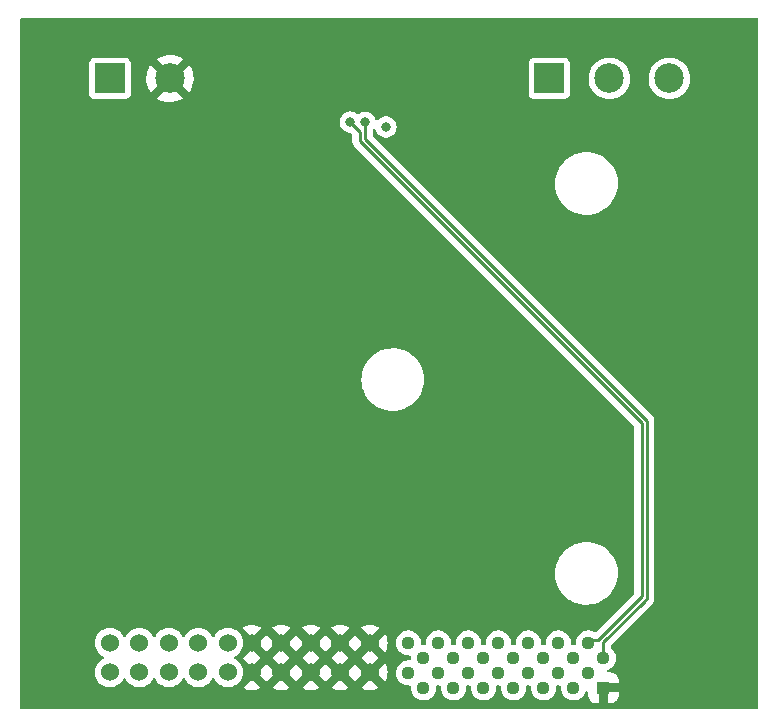
<source format=gbr>
%TF.GenerationSoftware,KiCad,Pcbnew,(6.0.1-0)*%
%TF.CreationDate,2022-12-23T21:27:23-08:00*%
%TF.ProjectId,ESC Daughterboard,45534320-4461-4756-9768-746572626f61,rev?*%
%TF.SameCoordinates,Original*%
%TF.FileFunction,Copper,L6,Bot*%
%TF.FilePolarity,Positive*%
%FSLAX46Y46*%
G04 Gerber Fmt 4.6, Leading zero omitted, Abs format (unit mm)*
G04 Created by KiCad (PCBNEW (6.0.1-0)) date 2022-12-23 21:27:23*
%MOMM*%
%LPD*%
G01*
G04 APERTURE LIST*
%TA.AperFunction,ComponentPad*%
%ADD10R,2.500000X2.500000*%
%TD*%
%TA.AperFunction,ComponentPad*%
%ADD11C,2.500000*%
%TD*%
%TA.AperFunction,ComponentPad*%
%ADD12R,1.110000X1.110000*%
%TD*%
%TA.AperFunction,ComponentPad*%
%ADD13C,1.110000*%
%TD*%
%TA.AperFunction,ComponentPad*%
%ADD14C,1.528000*%
%TD*%
%TA.AperFunction,ViaPad*%
%ADD15C,0.800000*%
%TD*%
%TA.AperFunction,Conductor*%
%ADD16C,0.250000*%
%TD*%
G04 APERTURE END LIST*
D10*
%TO.P,Phase 1,1,Pin_1*%
%TO.N,/Phase_1*%
X154815000Y-69100000D03*
D11*
%TO.P,Phase 1,2,Pin_2*%
%TO.N,/Phase_2*%
X159895000Y-69100000D03*
%TO.P,Phase 1,3,Pin_3*%
%TO.N,/Phase_3*%
X164975000Y-69100000D03*
%TD*%
D12*
%TO.P,J4,1,1*%
%TO.N,GND*%
X159400000Y-120700000D03*
D13*
%TO.P,J4,2,2*%
%TO.N,+5V*%
X158130000Y-119430000D03*
%TO.P,J4,3,3*%
%TO.N,/Phase_3*%
X156860000Y-120700000D03*
%TO.P,J4,4,4*%
X155590000Y-119430000D03*
%TO.P,J4,5,5*%
X154320000Y-120700000D03*
%TO.P,J4,6,6*%
X153050000Y-119430000D03*
%TO.P,J4,7,7*%
%TO.N,/Phase_2*%
X151780000Y-120700000D03*
%TO.P,J4,8,8*%
X150510000Y-119430000D03*
%TO.P,J4,9,9*%
X149240000Y-120700000D03*
%TO.P,J4,10,10*%
X147970000Y-119430000D03*
%TO.P,J4,11,11*%
%TO.N,/Phase_1*%
X146700000Y-120700000D03*
%TO.P,J4,12,12*%
X145430000Y-119430000D03*
%TO.P,J4,13,13*%
X144160000Y-120700000D03*
%TO.P,J4,14,14*%
X142890000Y-119430000D03*
%TO.P,J4,15,15*%
%TO.N,/CAH*%
X159400000Y-118160000D03*
%TO.P,J4,16,16*%
%TO.N,/CAL*%
X158130000Y-116890000D03*
%TO.P,J4,17,17*%
%TO.N,/Phase_3*%
X156860000Y-118160000D03*
%TO.P,J4,18,18*%
X155590000Y-116890000D03*
%TO.P,J4,19,19*%
X154320000Y-118160000D03*
%TO.P,J4,20,20*%
X153050000Y-116890000D03*
%TO.P,J4,21,21*%
%TO.N,/Phase_2*%
X151780000Y-118160000D03*
%TO.P,J4,22,22*%
X150510000Y-116890000D03*
%TO.P,J4,23,23*%
X149240000Y-118160000D03*
%TO.P,J4,24,24*%
X147970000Y-116890000D03*
%TO.P,J4,25,25*%
%TO.N,/Phase_1*%
X146700000Y-118160000D03*
%TO.P,J4,26,26*%
X145430000Y-116890000D03*
%TO.P,J4,27,27*%
X144160000Y-118160000D03*
%TO.P,J4,28,28*%
X142890000Y-116890000D03*
D14*
%TO.P,J4,A1,A1*%
%TO.N,GND*%
X139609996Y-116890000D03*
%TO.P,J4,A2,A2*%
X137109996Y-116890000D03*
%TO.P,J4,A3,A3*%
X134609996Y-116890000D03*
%TO.P,J4,A4,A4*%
X132109996Y-116890000D03*
%TO.P,J4,A5,A5*%
X129609999Y-116890000D03*
%TO.P,J4,B1,B1*%
%TO.N,/16V*%
X127609995Y-116890000D03*
%TO.P,J4,B2,B2*%
X125109995Y-116890000D03*
%TO.P,J4,B3,B3*%
X122609995Y-116890000D03*
%TO.P,J4,B4,B4*%
X120109995Y-116890000D03*
%TO.P,J4,B5,B5*%
X117609995Y-116890000D03*
%TO.P,J4,C1,C1*%
%TO.N,GND*%
X139609996Y-119390000D03*
%TO.P,J4,C2,C2*%
X137109996Y-119390000D03*
%TO.P,J4,C3,C3*%
X134609996Y-119390000D03*
%TO.P,J4,C4,C4*%
X132109996Y-119390000D03*
%TO.P,J4,C5,C5*%
X129609999Y-119390000D03*
%TO.P,J4,D1,D1*%
%TO.N,/16V*%
X127609995Y-119390000D03*
%TO.P,J4,D2,D2*%
X125109995Y-119390000D03*
%TO.P,J4,D3,D3*%
X122609995Y-119390000D03*
%TO.P,J4,D4,D4*%
X120109995Y-119390000D03*
%TO.P,J4,D5,D5*%
X117609995Y-119390000D03*
%TD*%
D10*
%TO.P,PWR,1,Pin_1*%
%TO.N,/16V*%
X117620000Y-69100000D03*
D11*
%TO.P,PWR,2,Pin_2*%
%TO.N,GND*%
X122700000Y-69100000D03*
%TD*%
D15*
%TO.N,GND*%
X136210000Y-73200000D03*
%TO.N,+5V*%
X140980000Y-73200000D03*
%TO.N,/CAH*%
X139220000Y-72800000D03*
%TO.N,/CAL*%
X137960000Y-72790000D03*
%TD*%
D16*
%TO.N,/CAH*%
X163090000Y-113130000D02*
X162826677Y-113393322D01*
X139220000Y-72800000D02*
X139220000Y-74230000D01*
X139220000Y-74230000D02*
X163090000Y-98100000D01*
X162826677Y-113393322D02*
X159400000Y-116820001D01*
X163090000Y-98100000D02*
X163090000Y-113130000D01*
X159400000Y-116820001D02*
X159400000Y-118160000D01*
%TO.N,/CAL*%
X162640480Y-112943802D02*
X158950480Y-116633803D01*
X158950480Y-116633803D02*
X158386197Y-116633803D01*
X138770480Y-73600480D02*
X138770480Y-74416198D01*
X162640480Y-98286198D02*
X162640480Y-112943802D01*
X138770480Y-74416198D02*
X162640480Y-98286198D01*
X137960000Y-72790000D02*
X138770480Y-73600480D01*
X158386197Y-116633803D02*
X158130000Y-116890000D01*
%TD*%
%TA.AperFunction,Conductor*%
%TO.N,GND*%
G36*
X172442121Y-64020002D02*
G01*
X172488614Y-64073658D01*
X172500000Y-64126000D01*
X172500000Y-122374000D01*
X172479998Y-122442121D01*
X172426342Y-122488614D01*
X172374000Y-122500000D01*
X110126000Y-122500000D01*
X110057879Y-122479998D01*
X110011386Y-122426342D01*
X110000000Y-122374000D01*
X110000000Y-120692053D01*
X128843896Y-120692053D01*
X128849623Y-120699703D01*
X128916312Y-120740570D01*
X128925106Y-120745051D01*
X129136127Y-120832458D01*
X129145512Y-120835507D01*
X129367612Y-120888830D01*
X129377359Y-120890373D01*
X129605069Y-120908294D01*
X129614929Y-120908294D01*
X129842639Y-120890373D01*
X129852386Y-120888830D01*
X130074486Y-120835507D01*
X130083871Y-120832458D01*
X130294892Y-120745051D01*
X130303686Y-120740570D01*
X130366709Y-120701950D01*
X130375663Y-120692053D01*
X131343893Y-120692053D01*
X131349620Y-120699703D01*
X131416309Y-120740570D01*
X131425103Y-120745051D01*
X131636124Y-120832458D01*
X131645509Y-120835507D01*
X131867609Y-120888830D01*
X131877356Y-120890373D01*
X132105066Y-120908294D01*
X132114926Y-120908294D01*
X132342636Y-120890373D01*
X132352383Y-120888830D01*
X132574483Y-120835507D01*
X132583868Y-120832458D01*
X132794889Y-120745051D01*
X132803683Y-120740570D01*
X132866706Y-120701950D01*
X132875660Y-120692053D01*
X133843893Y-120692053D01*
X133849620Y-120699703D01*
X133916309Y-120740570D01*
X133925103Y-120745051D01*
X134136124Y-120832458D01*
X134145509Y-120835507D01*
X134367609Y-120888830D01*
X134377356Y-120890373D01*
X134605066Y-120908294D01*
X134614926Y-120908294D01*
X134842636Y-120890373D01*
X134852383Y-120888830D01*
X135074483Y-120835507D01*
X135083868Y-120832458D01*
X135294889Y-120745051D01*
X135303683Y-120740570D01*
X135366706Y-120701950D01*
X135375660Y-120692053D01*
X136343893Y-120692053D01*
X136349620Y-120699703D01*
X136416309Y-120740570D01*
X136425103Y-120745051D01*
X136636124Y-120832458D01*
X136645509Y-120835507D01*
X136867609Y-120888830D01*
X136877356Y-120890373D01*
X137105066Y-120908294D01*
X137114926Y-120908294D01*
X137342636Y-120890373D01*
X137352383Y-120888830D01*
X137574483Y-120835507D01*
X137583868Y-120832458D01*
X137794889Y-120745051D01*
X137803683Y-120740570D01*
X137866706Y-120701950D01*
X137875660Y-120692053D01*
X138843893Y-120692053D01*
X138849620Y-120699703D01*
X138916309Y-120740570D01*
X138925103Y-120745051D01*
X139136124Y-120832458D01*
X139145509Y-120835507D01*
X139367609Y-120888830D01*
X139377356Y-120890373D01*
X139605066Y-120908294D01*
X139614926Y-120908294D01*
X139842636Y-120890373D01*
X139852383Y-120888830D01*
X140074483Y-120835507D01*
X140083868Y-120832458D01*
X140294889Y-120745051D01*
X140303683Y-120740570D01*
X140366706Y-120701950D01*
X140376166Y-120691494D01*
X140372382Y-120682716D01*
X139622808Y-119933142D01*
X139608864Y-119925528D01*
X139607031Y-119925659D01*
X139600416Y-119929910D01*
X138850653Y-120679673D01*
X138843893Y-120692053D01*
X137875660Y-120692053D01*
X137876166Y-120691494D01*
X137872382Y-120682716D01*
X137122808Y-119933142D01*
X137108864Y-119925528D01*
X137107031Y-119925659D01*
X137100416Y-119929910D01*
X136350653Y-120679673D01*
X136343893Y-120692053D01*
X135375660Y-120692053D01*
X135376166Y-120691494D01*
X135372382Y-120682716D01*
X134622808Y-119933142D01*
X134608864Y-119925528D01*
X134607031Y-119925659D01*
X134600416Y-119929910D01*
X133850653Y-120679673D01*
X133843893Y-120692053D01*
X132875660Y-120692053D01*
X132876166Y-120691494D01*
X132872382Y-120682716D01*
X132122808Y-119933142D01*
X132108864Y-119925528D01*
X132107031Y-119925659D01*
X132100416Y-119929910D01*
X131350653Y-120679673D01*
X131343893Y-120692053D01*
X130375663Y-120692053D01*
X130376169Y-120691494D01*
X130372385Y-120682716D01*
X129622811Y-119933142D01*
X129608867Y-119925528D01*
X129607034Y-119925659D01*
X129600419Y-119929910D01*
X128850656Y-120679673D01*
X128843896Y-120692053D01*
X110000000Y-120692053D01*
X110000000Y-119390000D01*
X116340665Y-119390000D01*
X116359949Y-119610417D01*
X116361373Y-119615730D01*
X116361373Y-119615732D01*
X116367893Y-119640063D01*
X116417215Y-119824136D01*
X116419538Y-119829117D01*
X116419538Y-119829118D01*
X116508397Y-120019678D01*
X116508400Y-120019683D01*
X116510723Y-120024665D01*
X116513879Y-120029172D01*
X116513880Y-120029174D01*
X116632137Y-120198062D01*
X116637632Y-120205910D01*
X116794085Y-120362363D01*
X116798593Y-120365520D01*
X116798596Y-120365522D01*
X116966525Y-120483107D01*
X116975330Y-120489272D01*
X116980312Y-120491595D01*
X116980317Y-120491598D01*
X117170877Y-120580457D01*
X117175859Y-120582780D01*
X117181167Y-120584202D01*
X117181169Y-120584203D01*
X117384263Y-120638622D01*
X117384265Y-120638622D01*
X117389578Y-120640046D01*
X117609995Y-120659330D01*
X117830412Y-120640046D01*
X117835725Y-120638622D01*
X117835727Y-120638622D01*
X118038821Y-120584203D01*
X118038823Y-120584202D01*
X118044131Y-120582780D01*
X118049113Y-120580457D01*
X118239673Y-120491598D01*
X118239678Y-120491595D01*
X118244660Y-120489272D01*
X118253465Y-120483107D01*
X118421394Y-120365522D01*
X118421397Y-120365520D01*
X118425905Y-120362363D01*
X118582358Y-120205910D01*
X118587854Y-120198062D01*
X118706110Y-120029174D01*
X118706111Y-120029172D01*
X118709267Y-120024665D01*
X118711590Y-120019683D01*
X118711593Y-120019678D01*
X118745800Y-119946320D01*
X118792717Y-119893035D01*
X118860995Y-119873574D01*
X118928955Y-119894116D01*
X118974190Y-119946320D01*
X119008397Y-120019678D01*
X119008400Y-120019683D01*
X119010723Y-120024665D01*
X119013879Y-120029172D01*
X119013880Y-120029174D01*
X119132137Y-120198062D01*
X119137632Y-120205910D01*
X119294085Y-120362363D01*
X119298593Y-120365520D01*
X119298596Y-120365522D01*
X119466525Y-120483107D01*
X119475330Y-120489272D01*
X119480312Y-120491595D01*
X119480317Y-120491598D01*
X119670877Y-120580457D01*
X119675859Y-120582780D01*
X119681167Y-120584202D01*
X119681169Y-120584203D01*
X119884263Y-120638622D01*
X119884265Y-120638622D01*
X119889578Y-120640046D01*
X120109995Y-120659330D01*
X120330412Y-120640046D01*
X120335725Y-120638622D01*
X120335727Y-120638622D01*
X120538821Y-120584203D01*
X120538823Y-120584202D01*
X120544131Y-120582780D01*
X120549113Y-120580457D01*
X120739673Y-120491598D01*
X120739678Y-120491595D01*
X120744660Y-120489272D01*
X120753465Y-120483107D01*
X120921394Y-120365522D01*
X120921397Y-120365520D01*
X120925905Y-120362363D01*
X121082358Y-120205910D01*
X121087854Y-120198062D01*
X121206110Y-120029174D01*
X121206111Y-120029172D01*
X121209267Y-120024665D01*
X121211590Y-120019683D01*
X121211593Y-120019678D01*
X121245800Y-119946320D01*
X121292717Y-119893035D01*
X121360995Y-119873574D01*
X121428955Y-119894116D01*
X121474190Y-119946320D01*
X121508397Y-120019678D01*
X121508400Y-120019683D01*
X121510723Y-120024665D01*
X121513879Y-120029172D01*
X121513880Y-120029174D01*
X121632137Y-120198062D01*
X121637632Y-120205910D01*
X121794085Y-120362363D01*
X121798593Y-120365520D01*
X121798596Y-120365522D01*
X121966525Y-120483107D01*
X121975330Y-120489272D01*
X121980312Y-120491595D01*
X121980317Y-120491598D01*
X122170877Y-120580457D01*
X122175859Y-120582780D01*
X122181167Y-120584202D01*
X122181169Y-120584203D01*
X122384263Y-120638622D01*
X122384265Y-120638622D01*
X122389578Y-120640046D01*
X122609995Y-120659330D01*
X122830412Y-120640046D01*
X122835725Y-120638622D01*
X122835727Y-120638622D01*
X123038821Y-120584203D01*
X123038823Y-120584202D01*
X123044131Y-120582780D01*
X123049113Y-120580457D01*
X123239673Y-120491598D01*
X123239678Y-120491595D01*
X123244660Y-120489272D01*
X123253465Y-120483107D01*
X123421394Y-120365522D01*
X123421397Y-120365520D01*
X123425905Y-120362363D01*
X123582358Y-120205910D01*
X123587854Y-120198062D01*
X123706110Y-120029174D01*
X123706111Y-120029172D01*
X123709267Y-120024665D01*
X123711590Y-120019683D01*
X123711593Y-120019678D01*
X123745800Y-119946320D01*
X123792717Y-119893035D01*
X123860995Y-119873574D01*
X123928955Y-119894116D01*
X123974190Y-119946320D01*
X124008397Y-120019678D01*
X124008400Y-120019683D01*
X124010723Y-120024665D01*
X124013879Y-120029172D01*
X124013880Y-120029174D01*
X124132137Y-120198062D01*
X124137632Y-120205910D01*
X124294085Y-120362363D01*
X124298593Y-120365520D01*
X124298596Y-120365522D01*
X124466525Y-120483107D01*
X124475330Y-120489272D01*
X124480312Y-120491595D01*
X124480317Y-120491598D01*
X124670877Y-120580457D01*
X124675859Y-120582780D01*
X124681167Y-120584202D01*
X124681169Y-120584203D01*
X124884263Y-120638622D01*
X124884265Y-120638622D01*
X124889578Y-120640046D01*
X125109995Y-120659330D01*
X125330412Y-120640046D01*
X125335725Y-120638622D01*
X125335727Y-120638622D01*
X125538821Y-120584203D01*
X125538823Y-120584202D01*
X125544131Y-120582780D01*
X125549113Y-120580457D01*
X125739673Y-120491598D01*
X125739678Y-120491595D01*
X125744660Y-120489272D01*
X125753465Y-120483107D01*
X125921394Y-120365522D01*
X125921397Y-120365520D01*
X125925905Y-120362363D01*
X126082358Y-120205910D01*
X126087854Y-120198062D01*
X126206110Y-120029174D01*
X126206111Y-120029172D01*
X126209267Y-120024665D01*
X126211590Y-120019683D01*
X126211593Y-120019678D01*
X126245800Y-119946320D01*
X126292717Y-119893035D01*
X126360995Y-119873574D01*
X126428955Y-119894116D01*
X126474190Y-119946320D01*
X126508397Y-120019678D01*
X126508400Y-120019683D01*
X126510723Y-120024665D01*
X126513879Y-120029172D01*
X126513880Y-120029174D01*
X126632137Y-120198062D01*
X126637632Y-120205910D01*
X126794085Y-120362363D01*
X126798593Y-120365520D01*
X126798596Y-120365522D01*
X126966525Y-120483107D01*
X126975330Y-120489272D01*
X126980312Y-120491595D01*
X126980317Y-120491598D01*
X127170877Y-120580457D01*
X127175859Y-120582780D01*
X127181167Y-120584202D01*
X127181169Y-120584203D01*
X127384263Y-120638622D01*
X127384265Y-120638622D01*
X127389578Y-120640046D01*
X127609995Y-120659330D01*
X127830412Y-120640046D01*
X127835725Y-120638622D01*
X127835727Y-120638622D01*
X128038821Y-120584203D01*
X128038823Y-120584202D01*
X128044131Y-120582780D01*
X128049113Y-120580457D01*
X128239673Y-120491598D01*
X128239678Y-120491595D01*
X128244660Y-120489272D01*
X128253465Y-120483107D01*
X128421394Y-120365522D01*
X128421397Y-120365520D01*
X128425905Y-120362363D01*
X128582358Y-120205910D01*
X128587854Y-120198062D01*
X128706110Y-120029174D01*
X128706111Y-120029172D01*
X128709267Y-120024665D01*
X128711590Y-120019683D01*
X128711593Y-120019678D01*
X128800452Y-119829118D01*
X128800452Y-119829117D01*
X128802775Y-119824136D01*
X128851592Y-119641949D01*
X128884204Y-119585465D01*
X129066857Y-119402812D01*
X129073235Y-119391132D01*
X130145527Y-119391132D01*
X130145658Y-119392966D01*
X130149909Y-119399580D01*
X130847186Y-120096857D01*
X130861130Y-120104471D01*
X130862963Y-120104340D01*
X130869578Y-120100089D01*
X131566858Y-119402808D01*
X131573234Y-119391132D01*
X132645524Y-119391132D01*
X132645655Y-119392965D01*
X132649906Y-119399580D01*
X133347184Y-120096858D01*
X133361128Y-120104472D01*
X133362961Y-120104341D01*
X133369576Y-120100090D01*
X134066854Y-119402812D01*
X134073232Y-119391132D01*
X135145524Y-119391132D01*
X135145655Y-119392965D01*
X135149906Y-119399580D01*
X135847184Y-120096858D01*
X135861128Y-120104472D01*
X135862961Y-120104341D01*
X135869576Y-120100090D01*
X136566854Y-119402812D01*
X136573232Y-119391132D01*
X137645524Y-119391132D01*
X137645655Y-119392965D01*
X137649906Y-119399580D01*
X138347184Y-120096858D01*
X138361128Y-120104472D01*
X138362961Y-120104341D01*
X138369576Y-120100090D01*
X139066854Y-119402812D01*
X139073232Y-119391132D01*
X140145524Y-119391132D01*
X140145655Y-119392965D01*
X140149906Y-119399580D01*
X140899669Y-120149343D01*
X140912049Y-120156103D01*
X140919699Y-120150376D01*
X140960566Y-120083687D01*
X140965047Y-120074893D01*
X141052454Y-119863872D01*
X141055503Y-119854487D01*
X141108826Y-119632387D01*
X141110369Y-119622640D01*
X141128290Y-119394930D01*
X141128290Y-119385070D01*
X141110369Y-119157360D01*
X141108826Y-119147613D01*
X141055503Y-118925513D01*
X141052454Y-118916128D01*
X140965047Y-118705107D01*
X140960566Y-118696313D01*
X140921946Y-118633290D01*
X140911490Y-118623830D01*
X140902712Y-118627614D01*
X140153138Y-119377188D01*
X140145524Y-119391132D01*
X139073232Y-119391132D01*
X139074468Y-119388868D01*
X139074337Y-119387035D01*
X139070086Y-119380420D01*
X138372808Y-118683142D01*
X138358864Y-118675528D01*
X138357031Y-118675659D01*
X138350416Y-118679910D01*
X137653138Y-119377188D01*
X137645524Y-119391132D01*
X136573232Y-119391132D01*
X136574468Y-119388868D01*
X136574337Y-119387035D01*
X136570086Y-119380420D01*
X135872808Y-118683142D01*
X135858864Y-118675528D01*
X135857031Y-118675659D01*
X135850416Y-118679910D01*
X135153138Y-119377188D01*
X135145524Y-119391132D01*
X134073232Y-119391132D01*
X134074468Y-119388868D01*
X134074337Y-119387035D01*
X134070086Y-119380420D01*
X133372808Y-118683142D01*
X133358864Y-118675528D01*
X133357031Y-118675659D01*
X133350416Y-118679910D01*
X132653138Y-119377188D01*
X132645524Y-119391132D01*
X131573234Y-119391132D01*
X131574469Y-119388870D01*
X131574337Y-119387034D01*
X131570088Y-119380422D01*
X130872810Y-118683144D01*
X130858866Y-118675530D01*
X130857031Y-118675661D01*
X130850421Y-118679909D01*
X130153140Y-119377189D01*
X130145527Y-119391132D01*
X129073235Y-119391132D01*
X129074471Y-119388868D01*
X129074340Y-119387035D01*
X129070089Y-119380420D01*
X128884204Y-119194535D01*
X128851592Y-119138051D01*
X128804198Y-118961174D01*
X128804197Y-118961172D01*
X128802775Y-118955864D01*
X128770143Y-118885884D01*
X128711593Y-118760322D01*
X128711590Y-118760317D01*
X128709267Y-118755335D01*
X128674097Y-118705107D01*
X128585517Y-118578601D01*
X128585515Y-118578598D01*
X128582358Y-118574090D01*
X128425905Y-118417637D01*
X128421397Y-118414480D01*
X128421394Y-118414478D01*
X128249169Y-118293885D01*
X128249167Y-118293884D01*
X128244660Y-118290728D01*
X128239678Y-118288405D01*
X128239673Y-118288402D01*
X128166315Y-118254195D01*
X128113030Y-118207278D01*
X128094177Y-118141132D01*
X128895527Y-118141132D01*
X128895658Y-118142965D01*
X128899909Y-118149580D01*
X129597187Y-118846858D01*
X129611131Y-118854472D01*
X129612964Y-118854341D01*
X129619579Y-118850090D01*
X130316857Y-118152812D01*
X130323235Y-118141132D01*
X131395524Y-118141132D01*
X131395655Y-118142965D01*
X131399906Y-118149580D01*
X132097184Y-118846858D01*
X132111128Y-118854472D01*
X132112961Y-118854341D01*
X132119576Y-118850090D01*
X132816854Y-118152812D01*
X132823232Y-118141132D01*
X133895524Y-118141132D01*
X133895655Y-118142965D01*
X133899906Y-118149580D01*
X134597184Y-118846858D01*
X134611128Y-118854472D01*
X134612961Y-118854341D01*
X134619576Y-118850090D01*
X135316854Y-118152812D01*
X135323232Y-118141132D01*
X136395524Y-118141132D01*
X136395655Y-118142965D01*
X136399906Y-118149580D01*
X137097184Y-118846858D01*
X137111128Y-118854472D01*
X137112961Y-118854341D01*
X137119576Y-118850090D01*
X137816854Y-118152812D01*
X137823232Y-118141132D01*
X138895524Y-118141132D01*
X138895655Y-118142965D01*
X138899906Y-118149580D01*
X139597184Y-118846858D01*
X139611128Y-118854472D01*
X139612961Y-118854341D01*
X139619576Y-118850090D01*
X140316854Y-118152812D01*
X140324468Y-118138868D01*
X140324337Y-118137035D01*
X140320086Y-118130420D01*
X139622808Y-117433142D01*
X139608864Y-117425528D01*
X139607031Y-117425659D01*
X139600416Y-117429910D01*
X138903138Y-118127188D01*
X138895524Y-118141132D01*
X137823232Y-118141132D01*
X137824468Y-118138868D01*
X137824337Y-118137035D01*
X137820086Y-118130420D01*
X137122808Y-117433142D01*
X137108864Y-117425528D01*
X137107031Y-117425659D01*
X137100416Y-117429910D01*
X136403138Y-118127188D01*
X136395524Y-118141132D01*
X135323232Y-118141132D01*
X135324468Y-118138868D01*
X135324337Y-118137035D01*
X135320086Y-118130420D01*
X134622808Y-117433142D01*
X134608864Y-117425528D01*
X134607031Y-117425659D01*
X134600416Y-117429910D01*
X133903138Y-118127188D01*
X133895524Y-118141132D01*
X132823232Y-118141132D01*
X132824468Y-118138868D01*
X132824337Y-118137035D01*
X132820086Y-118130420D01*
X132122808Y-117433142D01*
X132108864Y-117425528D01*
X132107031Y-117425659D01*
X132100416Y-117429910D01*
X131403138Y-118127188D01*
X131395524Y-118141132D01*
X130323235Y-118141132D01*
X130324471Y-118138868D01*
X130324340Y-118137035D01*
X130320089Y-118130420D01*
X129622811Y-117433142D01*
X129608867Y-117425528D01*
X129607034Y-117425659D01*
X129600419Y-117429910D01*
X128903141Y-118127188D01*
X128895527Y-118141132D01*
X128094177Y-118141132D01*
X128093569Y-118139000D01*
X128114111Y-118071040D01*
X128166315Y-118025805D01*
X128239673Y-117991598D01*
X128239678Y-117991595D01*
X128244660Y-117989272D01*
X128249169Y-117986115D01*
X128421394Y-117865522D01*
X128421397Y-117865520D01*
X128425905Y-117862363D01*
X128582358Y-117705910D01*
X128617234Y-117656103D01*
X128706110Y-117529174D01*
X128706111Y-117529172D01*
X128709267Y-117524665D01*
X128711590Y-117519683D01*
X128711593Y-117519678D01*
X128800452Y-117329118D01*
X128800452Y-117329117D01*
X128802775Y-117324136D01*
X128851592Y-117141949D01*
X128884204Y-117085465D01*
X129066857Y-116902812D01*
X129073235Y-116891132D01*
X130145527Y-116891132D01*
X130145658Y-116892966D01*
X130149909Y-116899580D01*
X130847186Y-117596857D01*
X130861130Y-117604471D01*
X130862963Y-117604340D01*
X130869578Y-117600089D01*
X131566858Y-116902808D01*
X131573234Y-116891132D01*
X132645524Y-116891132D01*
X132645655Y-116892965D01*
X132649906Y-116899580D01*
X133347184Y-117596858D01*
X133361128Y-117604472D01*
X133362961Y-117604341D01*
X133369576Y-117600090D01*
X134066854Y-116902812D01*
X134073232Y-116891132D01*
X135145524Y-116891132D01*
X135145655Y-116892965D01*
X135149906Y-116899580D01*
X135847184Y-117596858D01*
X135861128Y-117604472D01*
X135862961Y-117604341D01*
X135869576Y-117600090D01*
X136566854Y-116902812D01*
X136573232Y-116891132D01*
X137645524Y-116891132D01*
X137645655Y-116892965D01*
X137649906Y-116899580D01*
X138347184Y-117596858D01*
X138361128Y-117604472D01*
X138362961Y-117604341D01*
X138369576Y-117600090D01*
X139066854Y-116902812D01*
X139073232Y-116891132D01*
X140145524Y-116891132D01*
X140145655Y-116892965D01*
X140149906Y-116899580D01*
X140899669Y-117649343D01*
X140912049Y-117656103D01*
X140919699Y-117650376D01*
X140960566Y-117583687D01*
X140965047Y-117574893D01*
X141052454Y-117363872D01*
X141055503Y-117354487D01*
X141108826Y-117132387D01*
X141110369Y-117122640D01*
X141128290Y-116894930D01*
X141128290Y-116885070D01*
X141110369Y-116657360D01*
X141108826Y-116647613D01*
X141055503Y-116425513D01*
X141052454Y-116416128D01*
X140965047Y-116205107D01*
X140960566Y-116196313D01*
X140921946Y-116133290D01*
X140911490Y-116123830D01*
X140902712Y-116127614D01*
X140153138Y-116877188D01*
X140145524Y-116891132D01*
X139073232Y-116891132D01*
X139074468Y-116888868D01*
X139074337Y-116887035D01*
X139070086Y-116880420D01*
X138372808Y-116183142D01*
X138358864Y-116175528D01*
X138357031Y-116175659D01*
X138350416Y-116179910D01*
X137653138Y-116877188D01*
X137645524Y-116891132D01*
X136573232Y-116891132D01*
X136574468Y-116888868D01*
X136574337Y-116887035D01*
X136570086Y-116880420D01*
X135872808Y-116183142D01*
X135858864Y-116175528D01*
X135857031Y-116175659D01*
X135850416Y-116179910D01*
X135153138Y-116877188D01*
X135145524Y-116891132D01*
X134073232Y-116891132D01*
X134074468Y-116888868D01*
X134074337Y-116887035D01*
X134070086Y-116880420D01*
X133372808Y-116183142D01*
X133358864Y-116175528D01*
X133357031Y-116175659D01*
X133350416Y-116179910D01*
X132653138Y-116877188D01*
X132645524Y-116891132D01*
X131573234Y-116891132D01*
X131574469Y-116888870D01*
X131574337Y-116887034D01*
X131570088Y-116880422D01*
X130872810Y-116183144D01*
X130858866Y-116175530D01*
X130857031Y-116175661D01*
X130850421Y-116179909D01*
X130153140Y-116877189D01*
X130145527Y-116891132D01*
X129073235Y-116891132D01*
X129074471Y-116888868D01*
X129074340Y-116887035D01*
X129070089Y-116880420D01*
X128884204Y-116694535D01*
X128851592Y-116638051D01*
X128804198Y-116461174D01*
X128804197Y-116461172D01*
X128802775Y-116455864D01*
X128770143Y-116385884D01*
X128711593Y-116260322D01*
X128711590Y-116260317D01*
X128709267Y-116255335D01*
X128674097Y-116205107D01*
X128585517Y-116078601D01*
X128585515Y-116078598D01*
X128582358Y-116074090D01*
X128425905Y-115917637D01*
X128421397Y-115914480D01*
X128421394Y-115914478D01*
X128249169Y-115793885D01*
X128249167Y-115793884D01*
X128244660Y-115790728D01*
X128239678Y-115788405D01*
X128239673Y-115788402D01*
X128049113Y-115699543D01*
X128049112Y-115699543D01*
X128044131Y-115697220D01*
X128038823Y-115695798D01*
X128038821Y-115695797D01*
X127835727Y-115641378D01*
X127835725Y-115641378D01*
X127830412Y-115639954D01*
X127609995Y-115620670D01*
X127389578Y-115639954D01*
X127384265Y-115641378D01*
X127384263Y-115641378D01*
X127181169Y-115695797D01*
X127181167Y-115695798D01*
X127175859Y-115697220D01*
X127170878Y-115699543D01*
X127170877Y-115699543D01*
X126980317Y-115788402D01*
X126980312Y-115788405D01*
X126975330Y-115790728D01*
X126970823Y-115793884D01*
X126970821Y-115793885D01*
X126798596Y-115914478D01*
X126798593Y-115914480D01*
X126794085Y-115917637D01*
X126637632Y-116074090D01*
X126634475Y-116078598D01*
X126634473Y-116078601D01*
X126545893Y-116205107D01*
X126510723Y-116255335D01*
X126508400Y-116260317D01*
X126508397Y-116260322D01*
X126474190Y-116333680D01*
X126427273Y-116386965D01*
X126358995Y-116406426D01*
X126291035Y-116385884D01*
X126245800Y-116333680D01*
X126211593Y-116260322D01*
X126211590Y-116260317D01*
X126209267Y-116255335D01*
X126174097Y-116205107D01*
X126085517Y-116078601D01*
X126085515Y-116078598D01*
X126082358Y-116074090D01*
X125925905Y-115917637D01*
X125921397Y-115914480D01*
X125921394Y-115914478D01*
X125749169Y-115793885D01*
X125749167Y-115793884D01*
X125744660Y-115790728D01*
X125739678Y-115788405D01*
X125739673Y-115788402D01*
X125549113Y-115699543D01*
X125549112Y-115699543D01*
X125544131Y-115697220D01*
X125538823Y-115695798D01*
X125538821Y-115695797D01*
X125335727Y-115641378D01*
X125335725Y-115641378D01*
X125330412Y-115639954D01*
X125109995Y-115620670D01*
X124889578Y-115639954D01*
X124884265Y-115641378D01*
X124884263Y-115641378D01*
X124681169Y-115695797D01*
X124681167Y-115695798D01*
X124675859Y-115697220D01*
X124670878Y-115699543D01*
X124670877Y-115699543D01*
X124480317Y-115788402D01*
X124480312Y-115788405D01*
X124475330Y-115790728D01*
X124470823Y-115793884D01*
X124470821Y-115793885D01*
X124298596Y-115914478D01*
X124298593Y-115914480D01*
X124294085Y-115917637D01*
X124137632Y-116074090D01*
X124134475Y-116078598D01*
X124134473Y-116078601D01*
X124045893Y-116205107D01*
X124010723Y-116255335D01*
X124008400Y-116260317D01*
X124008397Y-116260322D01*
X123974190Y-116333680D01*
X123927273Y-116386965D01*
X123858995Y-116406426D01*
X123791035Y-116385884D01*
X123745800Y-116333680D01*
X123711593Y-116260322D01*
X123711590Y-116260317D01*
X123709267Y-116255335D01*
X123674097Y-116205107D01*
X123585517Y-116078601D01*
X123585515Y-116078598D01*
X123582358Y-116074090D01*
X123425905Y-115917637D01*
X123421397Y-115914480D01*
X123421394Y-115914478D01*
X123249169Y-115793885D01*
X123249167Y-115793884D01*
X123244660Y-115790728D01*
X123239678Y-115788405D01*
X123239673Y-115788402D01*
X123049113Y-115699543D01*
X123049112Y-115699543D01*
X123044131Y-115697220D01*
X123038823Y-115695798D01*
X123038821Y-115695797D01*
X122835727Y-115641378D01*
X122835725Y-115641378D01*
X122830412Y-115639954D01*
X122609995Y-115620670D01*
X122389578Y-115639954D01*
X122384265Y-115641378D01*
X122384263Y-115641378D01*
X122181169Y-115695797D01*
X122181167Y-115695798D01*
X122175859Y-115697220D01*
X122170878Y-115699543D01*
X122170877Y-115699543D01*
X121980317Y-115788402D01*
X121980312Y-115788405D01*
X121975330Y-115790728D01*
X121970823Y-115793884D01*
X121970821Y-115793885D01*
X121798596Y-115914478D01*
X121798593Y-115914480D01*
X121794085Y-115917637D01*
X121637632Y-116074090D01*
X121634475Y-116078598D01*
X121634473Y-116078601D01*
X121545893Y-116205107D01*
X121510723Y-116255335D01*
X121508400Y-116260317D01*
X121508397Y-116260322D01*
X121474190Y-116333680D01*
X121427273Y-116386965D01*
X121358995Y-116406426D01*
X121291035Y-116385884D01*
X121245800Y-116333680D01*
X121211593Y-116260322D01*
X121211590Y-116260317D01*
X121209267Y-116255335D01*
X121174097Y-116205107D01*
X121085517Y-116078601D01*
X121085515Y-116078598D01*
X121082358Y-116074090D01*
X120925905Y-115917637D01*
X120921397Y-115914480D01*
X120921394Y-115914478D01*
X120749169Y-115793885D01*
X120749167Y-115793884D01*
X120744660Y-115790728D01*
X120739678Y-115788405D01*
X120739673Y-115788402D01*
X120549113Y-115699543D01*
X120549112Y-115699543D01*
X120544131Y-115697220D01*
X120538823Y-115695798D01*
X120538821Y-115695797D01*
X120335727Y-115641378D01*
X120335725Y-115641378D01*
X120330412Y-115639954D01*
X120109995Y-115620670D01*
X119889578Y-115639954D01*
X119884265Y-115641378D01*
X119884263Y-115641378D01*
X119681169Y-115695797D01*
X119681167Y-115695798D01*
X119675859Y-115697220D01*
X119670878Y-115699543D01*
X119670877Y-115699543D01*
X119480317Y-115788402D01*
X119480312Y-115788405D01*
X119475330Y-115790728D01*
X119470823Y-115793884D01*
X119470821Y-115793885D01*
X119298596Y-115914478D01*
X119298593Y-115914480D01*
X119294085Y-115917637D01*
X119137632Y-116074090D01*
X119134475Y-116078598D01*
X119134473Y-116078601D01*
X119045893Y-116205107D01*
X119010723Y-116255335D01*
X119008400Y-116260317D01*
X119008397Y-116260322D01*
X118974190Y-116333680D01*
X118927273Y-116386965D01*
X118858995Y-116406426D01*
X118791035Y-116385884D01*
X118745800Y-116333680D01*
X118711593Y-116260322D01*
X118711590Y-116260317D01*
X118709267Y-116255335D01*
X118674097Y-116205107D01*
X118585517Y-116078601D01*
X118585515Y-116078598D01*
X118582358Y-116074090D01*
X118425905Y-115917637D01*
X118421397Y-115914480D01*
X118421394Y-115914478D01*
X118249169Y-115793885D01*
X118249167Y-115793884D01*
X118244660Y-115790728D01*
X118239678Y-115788405D01*
X118239673Y-115788402D01*
X118049113Y-115699543D01*
X118049112Y-115699543D01*
X118044131Y-115697220D01*
X118038823Y-115695798D01*
X118038821Y-115695797D01*
X117835727Y-115641378D01*
X117835725Y-115641378D01*
X117830412Y-115639954D01*
X117609995Y-115620670D01*
X117389578Y-115639954D01*
X117384265Y-115641378D01*
X117384263Y-115641378D01*
X117181169Y-115695797D01*
X117181167Y-115695798D01*
X117175859Y-115697220D01*
X117170878Y-115699543D01*
X117170877Y-115699543D01*
X116980317Y-115788402D01*
X116980312Y-115788405D01*
X116975330Y-115790728D01*
X116970823Y-115793884D01*
X116970821Y-115793885D01*
X116798596Y-115914478D01*
X116798593Y-115914480D01*
X116794085Y-115917637D01*
X116637632Y-116074090D01*
X116634475Y-116078598D01*
X116634473Y-116078601D01*
X116545893Y-116205107D01*
X116510723Y-116255335D01*
X116508400Y-116260317D01*
X116508397Y-116260322D01*
X116449847Y-116385884D01*
X116417215Y-116455864D01*
X116415793Y-116461172D01*
X116415792Y-116461174D01*
X116361373Y-116664268D01*
X116359949Y-116669583D01*
X116340665Y-116890000D01*
X116359949Y-117110417D01*
X116417215Y-117324136D01*
X116419538Y-117329117D01*
X116419538Y-117329118D01*
X116508397Y-117519678D01*
X116508400Y-117519683D01*
X116510723Y-117524665D01*
X116513879Y-117529172D01*
X116513880Y-117529174D01*
X116602757Y-117656103D01*
X116637632Y-117705910D01*
X116794085Y-117862363D01*
X116798593Y-117865520D01*
X116798596Y-117865522D01*
X116970821Y-117986115D01*
X116975330Y-117989272D01*
X116980312Y-117991595D01*
X116980317Y-117991598D01*
X117053675Y-118025805D01*
X117106960Y-118072722D01*
X117126421Y-118141000D01*
X117105879Y-118208960D01*
X117053675Y-118254195D01*
X116980317Y-118288402D01*
X116980312Y-118288405D01*
X116975330Y-118290728D01*
X116970823Y-118293884D01*
X116970821Y-118293885D01*
X116798596Y-118414478D01*
X116798593Y-118414480D01*
X116794085Y-118417637D01*
X116637632Y-118574090D01*
X116634475Y-118578598D01*
X116634473Y-118578601D01*
X116545893Y-118705107D01*
X116510723Y-118755335D01*
X116508400Y-118760317D01*
X116508397Y-118760322D01*
X116449847Y-118885884D01*
X116417215Y-118955864D01*
X116415793Y-118961172D01*
X116415792Y-118961174D01*
X116363224Y-119157360D01*
X116359949Y-119169583D01*
X116340665Y-119390000D01*
X110000000Y-119390000D01*
X110000000Y-115588506D01*
X128843829Y-115588506D01*
X128847613Y-115597284D01*
X129597187Y-116346858D01*
X129611131Y-116354472D01*
X129612964Y-116354341D01*
X129619579Y-116350090D01*
X130369342Y-115600327D01*
X130375797Y-115588506D01*
X131343826Y-115588506D01*
X131347610Y-115597284D01*
X132097184Y-116346858D01*
X132111128Y-116354472D01*
X132112961Y-116354341D01*
X132119576Y-116350090D01*
X132869339Y-115600327D01*
X132875794Y-115588506D01*
X133843826Y-115588506D01*
X133847610Y-115597284D01*
X134597184Y-116346858D01*
X134611128Y-116354472D01*
X134612961Y-116354341D01*
X134619576Y-116350090D01*
X135369339Y-115600327D01*
X135375794Y-115588506D01*
X136343826Y-115588506D01*
X136347610Y-115597284D01*
X137097184Y-116346858D01*
X137111128Y-116354472D01*
X137112961Y-116354341D01*
X137119576Y-116350090D01*
X137869339Y-115600327D01*
X137875794Y-115588506D01*
X138843826Y-115588506D01*
X138847610Y-115597284D01*
X139597184Y-116346858D01*
X139611128Y-116354472D01*
X139612961Y-116354341D01*
X139619576Y-116350090D01*
X140369339Y-115600327D01*
X140376099Y-115587947D01*
X140370372Y-115580297D01*
X140303683Y-115539430D01*
X140294889Y-115534949D01*
X140083868Y-115447542D01*
X140074483Y-115444493D01*
X139852383Y-115391170D01*
X139842636Y-115389627D01*
X139614926Y-115371706D01*
X139605066Y-115371706D01*
X139377356Y-115389627D01*
X139367609Y-115391170D01*
X139145509Y-115444493D01*
X139136124Y-115447542D01*
X138925103Y-115534949D01*
X138916309Y-115539430D01*
X138853286Y-115578050D01*
X138843826Y-115588506D01*
X137875794Y-115588506D01*
X137876099Y-115587947D01*
X137870372Y-115580297D01*
X137803683Y-115539430D01*
X137794889Y-115534949D01*
X137583868Y-115447542D01*
X137574483Y-115444493D01*
X137352383Y-115391170D01*
X137342636Y-115389627D01*
X137114926Y-115371706D01*
X137105066Y-115371706D01*
X136877356Y-115389627D01*
X136867609Y-115391170D01*
X136645509Y-115444493D01*
X136636124Y-115447542D01*
X136425103Y-115534949D01*
X136416309Y-115539430D01*
X136353286Y-115578050D01*
X136343826Y-115588506D01*
X135375794Y-115588506D01*
X135376099Y-115587947D01*
X135370372Y-115580297D01*
X135303683Y-115539430D01*
X135294889Y-115534949D01*
X135083868Y-115447542D01*
X135074483Y-115444493D01*
X134852383Y-115391170D01*
X134842636Y-115389627D01*
X134614926Y-115371706D01*
X134605066Y-115371706D01*
X134377356Y-115389627D01*
X134367609Y-115391170D01*
X134145509Y-115444493D01*
X134136124Y-115447542D01*
X133925103Y-115534949D01*
X133916309Y-115539430D01*
X133853286Y-115578050D01*
X133843826Y-115588506D01*
X132875794Y-115588506D01*
X132876099Y-115587947D01*
X132870372Y-115580297D01*
X132803683Y-115539430D01*
X132794889Y-115534949D01*
X132583868Y-115447542D01*
X132574483Y-115444493D01*
X132352383Y-115391170D01*
X132342636Y-115389627D01*
X132114926Y-115371706D01*
X132105066Y-115371706D01*
X131877356Y-115389627D01*
X131867609Y-115391170D01*
X131645509Y-115444493D01*
X131636124Y-115447542D01*
X131425103Y-115534949D01*
X131416309Y-115539430D01*
X131353286Y-115578050D01*
X131343826Y-115588506D01*
X130375797Y-115588506D01*
X130376102Y-115587947D01*
X130370375Y-115580297D01*
X130303686Y-115539430D01*
X130294892Y-115534949D01*
X130083871Y-115447542D01*
X130074486Y-115444493D01*
X129852386Y-115391170D01*
X129842639Y-115389627D01*
X129614929Y-115371706D01*
X129605069Y-115371706D01*
X129377359Y-115389627D01*
X129367612Y-115391170D01*
X129145512Y-115444493D01*
X129136127Y-115447542D01*
X128925106Y-115534949D01*
X128916312Y-115539430D01*
X128853289Y-115578050D01*
X128843829Y-115588506D01*
X110000000Y-115588506D01*
X110000000Y-111046346D01*
X155304867Y-111046346D01*
X155330307Y-111369579D01*
X155394948Y-111687304D01*
X155497829Y-111994782D01*
X155637415Y-112287430D01*
X155811625Y-112560885D01*
X156017863Y-112811072D01*
X156253054Y-113034259D01*
X156513691Y-113227121D01*
X156556307Y-113251232D01*
X156792532Y-113384882D01*
X156792536Y-113384884D01*
X156795889Y-113386781D01*
X157095442Y-113510860D01*
X157407883Y-113597507D01*
X157728555Y-113645432D01*
X157731853Y-113645576D01*
X157843257Y-113650440D01*
X157843261Y-113650440D01*
X157844633Y-113650500D01*
X158042354Y-113650500D01*
X158283629Y-113635743D01*
X158287412Y-113635042D01*
X158287419Y-113635041D01*
X158489931Y-113597507D01*
X158602433Y-113576656D01*
X158815785Y-113509386D01*
X158907987Y-113480315D01*
X158907990Y-113480314D01*
X158911659Y-113479157D01*
X158915156Y-113477563D01*
X158915162Y-113477561D01*
X159203191Y-113346299D01*
X159203195Y-113346297D01*
X159206699Y-113344700D01*
X159209981Y-113342689D01*
X159479875Y-113177298D01*
X159479878Y-113177296D01*
X159483153Y-113175289D01*
X159486157Y-113172899D01*
X159486162Y-113172896D01*
X159610027Y-113074369D01*
X159736901Y-112973449D01*
X159739595Y-112970708D01*
X159739599Y-112970704D01*
X159961463Y-112744932D01*
X159964159Y-112742189D01*
X160050945Y-112629088D01*
X160159205Y-112488001D01*
X160159210Y-112487993D01*
X160161540Y-112484957D01*
X160326101Y-112205589D01*
X160455389Y-111908247D01*
X160547476Y-111597366D01*
X160600990Y-111277579D01*
X160615133Y-110953654D01*
X160589693Y-110630421D01*
X160525052Y-110312696D01*
X160422171Y-110005218D01*
X160282585Y-109712570D01*
X160108375Y-109439115D01*
X159902137Y-109188928D01*
X159666946Y-108965741D01*
X159406309Y-108772879D01*
X159265210Y-108693049D01*
X159127468Y-108615118D01*
X159127464Y-108615116D01*
X159124111Y-108613219D01*
X158824558Y-108489140D01*
X158512117Y-108402493D01*
X158191445Y-108354568D01*
X158188147Y-108354424D01*
X158076743Y-108349560D01*
X158076739Y-108349560D01*
X158075367Y-108349500D01*
X157877646Y-108349500D01*
X157636371Y-108364257D01*
X157632588Y-108364958D01*
X157632581Y-108364959D01*
X157476969Y-108393801D01*
X157317567Y-108423344D01*
X157132930Y-108481560D01*
X157012013Y-108519685D01*
X157012010Y-108519686D01*
X157008341Y-108520843D01*
X157004844Y-108522437D01*
X157004838Y-108522439D01*
X156716809Y-108653701D01*
X156716805Y-108653703D01*
X156713301Y-108655300D01*
X156436847Y-108824711D01*
X156433843Y-108827101D01*
X156433838Y-108827104D01*
X156309973Y-108925631D01*
X156183099Y-109026551D01*
X156180405Y-109029292D01*
X156180401Y-109029296D01*
X156065515Y-109146206D01*
X155955841Y-109257811D01*
X155869055Y-109370912D01*
X155760795Y-109511999D01*
X155760790Y-109512007D01*
X155758460Y-109515043D01*
X155593899Y-109794411D01*
X155464611Y-110091753D01*
X155372524Y-110402634D01*
X155319010Y-110722421D01*
X155304867Y-111046346D01*
X110000000Y-111046346D01*
X110000000Y-94646346D01*
X138904867Y-94646346D01*
X138930307Y-94969579D01*
X138994948Y-95287304D01*
X139097829Y-95594782D01*
X139237415Y-95887430D01*
X139411625Y-96160885D01*
X139617863Y-96411072D01*
X139853054Y-96634259D01*
X140113691Y-96827121D01*
X140254790Y-96906951D01*
X140392532Y-96984882D01*
X140392536Y-96984884D01*
X140395889Y-96986781D01*
X140695442Y-97110860D01*
X141007883Y-97197507D01*
X141328555Y-97245432D01*
X141331853Y-97245576D01*
X141443257Y-97250440D01*
X141443261Y-97250440D01*
X141444633Y-97250500D01*
X141642354Y-97250500D01*
X141883629Y-97235743D01*
X141887412Y-97235042D01*
X141887419Y-97235041D01*
X142089931Y-97197507D01*
X142202433Y-97176656D01*
X142415785Y-97109386D01*
X142507987Y-97080315D01*
X142507990Y-97080314D01*
X142511659Y-97079157D01*
X142515156Y-97077563D01*
X142515162Y-97077561D01*
X142803191Y-96946299D01*
X142803195Y-96946297D01*
X142806699Y-96944700D01*
X143083153Y-96775289D01*
X143086157Y-96772899D01*
X143086162Y-96772896D01*
X143210027Y-96674369D01*
X143336901Y-96573449D01*
X143339595Y-96570708D01*
X143339599Y-96570704D01*
X143561463Y-96344932D01*
X143564159Y-96342189D01*
X143650945Y-96229088D01*
X143759205Y-96088001D01*
X143759210Y-96087993D01*
X143761540Y-96084957D01*
X143926101Y-95805589D01*
X144055389Y-95508247D01*
X144147476Y-95197366D01*
X144200990Y-94877579D01*
X144215133Y-94553654D01*
X144189693Y-94230421D01*
X144125052Y-93912696D01*
X144022171Y-93605218D01*
X143882585Y-93312570D01*
X143708375Y-93039115D01*
X143502137Y-92788928D01*
X143266946Y-92565741D01*
X143006309Y-92372879D01*
X142865210Y-92293049D01*
X142727468Y-92215118D01*
X142727464Y-92215116D01*
X142724111Y-92213219D01*
X142424558Y-92089140D01*
X142112117Y-92002493D01*
X141791445Y-91954568D01*
X141788147Y-91954424D01*
X141676743Y-91949560D01*
X141676739Y-91949560D01*
X141675367Y-91949500D01*
X141477646Y-91949500D01*
X141236371Y-91964257D01*
X141232588Y-91964958D01*
X141232581Y-91964959D01*
X141076969Y-91993800D01*
X140917567Y-92023344D01*
X140732930Y-92081560D01*
X140612013Y-92119685D01*
X140612010Y-92119686D01*
X140608341Y-92120843D01*
X140604844Y-92122437D01*
X140604838Y-92122439D01*
X140316809Y-92253701D01*
X140316805Y-92253703D01*
X140313301Y-92255300D01*
X140036847Y-92424711D01*
X140033843Y-92427101D01*
X140033838Y-92427104D01*
X139909973Y-92525631D01*
X139783099Y-92626551D01*
X139780405Y-92629292D01*
X139780401Y-92629296D01*
X139665515Y-92746206D01*
X139555841Y-92857811D01*
X139469055Y-92970912D01*
X139360795Y-93111999D01*
X139360790Y-93112007D01*
X139358460Y-93115043D01*
X139193899Y-93394411D01*
X139064611Y-93691753D01*
X138972524Y-94002634D01*
X138919010Y-94322421D01*
X138904867Y-94646346D01*
X110000000Y-94646346D01*
X110000000Y-72790000D01*
X137054540Y-72790000D01*
X137074326Y-72978256D01*
X137132821Y-73158284D01*
X137227467Y-73322216D01*
X137231885Y-73327123D01*
X137231886Y-73327124D01*
X137332543Y-73438914D01*
X137354129Y-73462888D01*
X137359468Y-73466767D01*
X137499195Y-73568284D01*
X137507270Y-73574151D01*
X137680197Y-73651144D01*
X137778212Y-73671978D01*
X137858897Y-73689128D01*
X137858901Y-73689128D01*
X137865354Y-73690500D01*
X137923719Y-73690500D01*
X137991840Y-73710502D01*
X138012814Y-73727405D01*
X138108075Y-73822666D01*
X138142101Y-73884978D01*
X138144980Y-73911761D01*
X138144980Y-74338495D01*
X138144463Y-74349455D01*
X138142807Y-74356865D01*
X138143056Y-74364791D01*
X138143056Y-74364792D01*
X138144918Y-74424039D01*
X138144980Y-74427997D01*
X138144980Y-74455548D01*
X138145476Y-74459471D01*
X138145483Y-74459586D01*
X138146403Y-74471266D01*
X138147771Y-74514825D01*
X138153316Y-74533910D01*
X138157324Y-74553260D01*
X138159816Y-74572990D01*
X138175864Y-74613521D01*
X138179699Y-74624722D01*
X138191862Y-74666588D01*
X138201978Y-74683692D01*
X138210675Y-74701443D01*
X138217994Y-74719930D01*
X138243609Y-74755186D01*
X138250126Y-74765108D01*
X138268270Y-74795788D01*
X138268273Y-74795792D01*
X138272310Y-74802618D01*
X138286360Y-74816668D01*
X138299201Y-74831702D01*
X138310886Y-74847785D01*
X138316994Y-74852838D01*
X138344469Y-74875567D01*
X138353249Y-74883557D01*
X161978075Y-98508383D01*
X162012101Y-98570695D01*
X162014980Y-98597478D01*
X162014980Y-112632522D01*
X161994978Y-112700643D01*
X161978075Y-112721617D01*
X158767355Y-115932337D01*
X158705043Y-115966363D01*
X158634228Y-115961298D01*
X158618340Y-115954082D01*
X158541002Y-115912265D01*
X158454390Y-115885454D01*
X158349152Y-115852878D01*
X158349149Y-115852877D01*
X158343265Y-115851056D01*
X158337140Y-115850412D01*
X158337139Y-115850412D01*
X158143532Y-115830063D01*
X158143531Y-115830063D01*
X158137404Y-115829419D01*
X158050465Y-115837331D01*
X157937401Y-115847620D01*
X157937398Y-115847621D01*
X157931262Y-115848179D01*
X157732690Y-115906622D01*
X157711620Y-115917637D01*
X157554711Y-115999667D01*
X157554707Y-115999670D01*
X157549251Y-116002522D01*
X157387932Y-116132225D01*
X157254879Y-116290792D01*
X157251915Y-116296184D01*
X157251912Y-116296188D01*
X157169672Y-116445783D01*
X157155159Y-116472182D01*
X157153298Y-116478049D01*
X157153297Y-116478051D01*
X157150828Y-116485834D01*
X157092570Y-116669487D01*
X157069496Y-116875192D01*
X157070012Y-116881336D01*
X157070012Y-116881337D01*
X157077547Y-116971072D01*
X157063315Y-117040627D01*
X157013738Y-117091447D01*
X156938818Y-117106925D01*
X156873532Y-117100063D01*
X156873531Y-117100063D01*
X156867404Y-117099419D01*
X156780753Y-117107305D01*
X156711102Y-117093560D01*
X156659937Y-117044339D01*
X156643506Y-116975270D01*
X156644329Y-116966032D01*
X156649750Y-116923118D01*
X156650193Y-116919614D01*
X156650473Y-116899580D01*
X156650558Y-116893522D01*
X156650558Y-116893518D01*
X156650607Y-116890000D01*
X156630408Y-116683994D01*
X156570580Y-116485834D01*
X156517436Y-116385884D01*
X156476296Y-116308511D01*
X156476294Y-116308508D01*
X156473402Y-116303069D01*
X156469511Y-116298299D01*
X156469509Y-116298295D01*
X156346471Y-116147435D01*
X156346468Y-116147432D01*
X156342576Y-116142660D01*
X156331250Y-116133290D01*
X156187834Y-116014646D01*
X156187831Y-116014644D01*
X156183084Y-116010717D01*
X156001002Y-115912265D01*
X155902134Y-115881661D01*
X155809152Y-115852878D01*
X155809149Y-115852877D01*
X155803265Y-115851056D01*
X155797140Y-115850412D01*
X155797139Y-115850412D01*
X155603532Y-115830063D01*
X155603531Y-115830063D01*
X155597404Y-115829419D01*
X155510465Y-115837331D01*
X155397401Y-115847620D01*
X155397398Y-115847621D01*
X155391262Y-115848179D01*
X155192690Y-115906622D01*
X155171620Y-115917637D01*
X155014711Y-115999667D01*
X155014707Y-115999670D01*
X155009251Y-116002522D01*
X154847932Y-116132225D01*
X154714879Y-116290792D01*
X154711915Y-116296184D01*
X154711912Y-116296188D01*
X154629672Y-116445783D01*
X154615159Y-116472182D01*
X154613298Y-116478049D01*
X154613297Y-116478051D01*
X154610828Y-116485834D01*
X154552570Y-116669487D01*
X154529496Y-116875192D01*
X154530012Y-116881336D01*
X154530012Y-116881337D01*
X154537547Y-116971072D01*
X154523315Y-117040627D01*
X154473738Y-117091447D01*
X154398818Y-117106925D01*
X154333532Y-117100063D01*
X154333531Y-117100063D01*
X154327404Y-117099419D01*
X154240753Y-117107305D01*
X154171102Y-117093560D01*
X154119937Y-117044339D01*
X154103506Y-116975270D01*
X154104329Y-116966032D01*
X154109750Y-116923118D01*
X154110193Y-116919614D01*
X154110473Y-116899580D01*
X154110558Y-116893522D01*
X154110558Y-116893518D01*
X154110607Y-116890000D01*
X154090408Y-116683994D01*
X154030580Y-116485834D01*
X153977436Y-116385884D01*
X153936296Y-116308511D01*
X153936294Y-116308508D01*
X153933402Y-116303069D01*
X153929511Y-116298299D01*
X153929509Y-116298295D01*
X153806471Y-116147435D01*
X153806468Y-116147432D01*
X153802576Y-116142660D01*
X153791250Y-116133290D01*
X153647834Y-116014646D01*
X153647831Y-116014644D01*
X153643084Y-116010717D01*
X153461002Y-115912265D01*
X153362134Y-115881661D01*
X153269152Y-115852878D01*
X153269149Y-115852877D01*
X153263265Y-115851056D01*
X153257140Y-115850412D01*
X153257139Y-115850412D01*
X153063532Y-115830063D01*
X153063531Y-115830063D01*
X153057404Y-115829419D01*
X152970465Y-115837331D01*
X152857401Y-115847620D01*
X152857398Y-115847621D01*
X152851262Y-115848179D01*
X152652690Y-115906622D01*
X152631620Y-115917637D01*
X152474711Y-115999667D01*
X152474707Y-115999670D01*
X152469251Y-116002522D01*
X152307932Y-116132225D01*
X152174879Y-116290792D01*
X152171915Y-116296184D01*
X152171912Y-116296188D01*
X152089672Y-116445783D01*
X152075159Y-116472182D01*
X152073298Y-116478049D01*
X152073297Y-116478051D01*
X152070828Y-116485834D01*
X152012570Y-116669487D01*
X151989496Y-116875192D01*
X151990012Y-116881336D01*
X151990012Y-116881337D01*
X151997547Y-116971072D01*
X151983315Y-117040627D01*
X151933738Y-117091447D01*
X151858818Y-117106925D01*
X151793532Y-117100063D01*
X151793531Y-117100063D01*
X151787404Y-117099419D01*
X151700753Y-117107305D01*
X151631102Y-117093560D01*
X151579937Y-117044339D01*
X151563506Y-116975270D01*
X151564329Y-116966032D01*
X151569750Y-116923118D01*
X151570193Y-116919614D01*
X151570473Y-116899580D01*
X151570558Y-116893522D01*
X151570558Y-116893518D01*
X151570607Y-116890000D01*
X151550408Y-116683994D01*
X151490580Y-116485834D01*
X151437436Y-116385884D01*
X151396296Y-116308511D01*
X151396294Y-116308508D01*
X151393402Y-116303069D01*
X151389511Y-116298299D01*
X151389509Y-116298295D01*
X151266471Y-116147435D01*
X151266468Y-116147432D01*
X151262576Y-116142660D01*
X151251250Y-116133290D01*
X151107834Y-116014646D01*
X151107831Y-116014644D01*
X151103084Y-116010717D01*
X150921002Y-115912265D01*
X150822134Y-115881661D01*
X150729152Y-115852878D01*
X150729149Y-115852877D01*
X150723265Y-115851056D01*
X150717140Y-115850412D01*
X150717139Y-115850412D01*
X150523532Y-115830063D01*
X150523531Y-115830063D01*
X150517404Y-115829419D01*
X150430465Y-115837331D01*
X150317401Y-115847620D01*
X150317398Y-115847621D01*
X150311262Y-115848179D01*
X150112690Y-115906622D01*
X150091620Y-115917637D01*
X149934711Y-115999667D01*
X149934707Y-115999670D01*
X149929251Y-116002522D01*
X149767932Y-116132225D01*
X149634879Y-116290792D01*
X149631915Y-116296184D01*
X149631912Y-116296188D01*
X149549672Y-116445783D01*
X149535159Y-116472182D01*
X149533298Y-116478049D01*
X149533297Y-116478051D01*
X149530828Y-116485834D01*
X149472570Y-116669487D01*
X149449496Y-116875192D01*
X149450012Y-116881336D01*
X149450012Y-116881337D01*
X149457547Y-116971072D01*
X149443315Y-117040627D01*
X149393738Y-117091447D01*
X149318818Y-117106925D01*
X149253532Y-117100063D01*
X149253531Y-117100063D01*
X149247404Y-117099419D01*
X149160753Y-117107305D01*
X149091102Y-117093560D01*
X149039937Y-117044339D01*
X149023506Y-116975270D01*
X149024329Y-116966032D01*
X149029750Y-116923118D01*
X149030193Y-116919614D01*
X149030473Y-116899580D01*
X149030558Y-116893522D01*
X149030558Y-116893518D01*
X149030607Y-116890000D01*
X149010408Y-116683994D01*
X148950580Y-116485834D01*
X148897436Y-116385884D01*
X148856296Y-116308511D01*
X148856294Y-116308508D01*
X148853402Y-116303069D01*
X148849511Y-116298299D01*
X148849509Y-116298295D01*
X148726471Y-116147435D01*
X148726468Y-116147432D01*
X148722576Y-116142660D01*
X148711250Y-116133290D01*
X148567834Y-116014646D01*
X148567831Y-116014644D01*
X148563084Y-116010717D01*
X148381002Y-115912265D01*
X148282134Y-115881661D01*
X148189152Y-115852878D01*
X148189149Y-115852877D01*
X148183265Y-115851056D01*
X148177140Y-115850412D01*
X148177139Y-115850412D01*
X147983532Y-115830063D01*
X147983531Y-115830063D01*
X147977404Y-115829419D01*
X147890465Y-115837331D01*
X147777401Y-115847620D01*
X147777398Y-115847621D01*
X147771262Y-115848179D01*
X147572690Y-115906622D01*
X147551620Y-115917637D01*
X147394711Y-115999667D01*
X147394707Y-115999670D01*
X147389251Y-116002522D01*
X147227932Y-116132225D01*
X147094879Y-116290792D01*
X147091915Y-116296184D01*
X147091912Y-116296188D01*
X147009672Y-116445783D01*
X146995159Y-116472182D01*
X146993298Y-116478049D01*
X146993297Y-116478051D01*
X146990828Y-116485834D01*
X146932570Y-116669487D01*
X146909496Y-116875192D01*
X146910012Y-116881336D01*
X146910012Y-116881337D01*
X146917547Y-116971072D01*
X146903315Y-117040627D01*
X146853738Y-117091447D01*
X146778818Y-117106925D01*
X146713532Y-117100063D01*
X146713531Y-117100063D01*
X146707404Y-117099419D01*
X146620753Y-117107305D01*
X146551102Y-117093560D01*
X146499937Y-117044339D01*
X146483506Y-116975270D01*
X146484329Y-116966032D01*
X146489750Y-116923118D01*
X146490193Y-116919614D01*
X146490473Y-116899580D01*
X146490558Y-116893522D01*
X146490558Y-116893518D01*
X146490607Y-116890000D01*
X146470408Y-116683994D01*
X146410580Y-116485834D01*
X146357436Y-116385884D01*
X146316296Y-116308511D01*
X146316294Y-116308508D01*
X146313402Y-116303069D01*
X146309511Y-116298299D01*
X146309509Y-116298295D01*
X146186471Y-116147435D01*
X146186468Y-116147432D01*
X146182576Y-116142660D01*
X146171250Y-116133290D01*
X146027834Y-116014646D01*
X146027831Y-116014644D01*
X146023084Y-116010717D01*
X145841002Y-115912265D01*
X145742134Y-115881661D01*
X145649152Y-115852878D01*
X145649149Y-115852877D01*
X145643265Y-115851056D01*
X145637140Y-115850412D01*
X145637139Y-115850412D01*
X145443532Y-115830063D01*
X145443531Y-115830063D01*
X145437404Y-115829419D01*
X145350465Y-115837331D01*
X145237401Y-115847620D01*
X145237398Y-115847621D01*
X145231262Y-115848179D01*
X145032690Y-115906622D01*
X145011620Y-115917637D01*
X144854711Y-115999667D01*
X144854707Y-115999670D01*
X144849251Y-116002522D01*
X144687932Y-116132225D01*
X144554879Y-116290792D01*
X144551915Y-116296184D01*
X144551912Y-116296188D01*
X144469672Y-116445783D01*
X144455159Y-116472182D01*
X144453298Y-116478049D01*
X144453297Y-116478051D01*
X144450828Y-116485834D01*
X144392570Y-116669487D01*
X144369496Y-116875192D01*
X144370012Y-116881336D01*
X144370012Y-116881337D01*
X144377547Y-116971072D01*
X144363315Y-117040627D01*
X144313738Y-117091447D01*
X144238818Y-117106925D01*
X144173532Y-117100063D01*
X144173531Y-117100063D01*
X144167404Y-117099419D01*
X144080753Y-117107305D01*
X144011102Y-117093560D01*
X143959937Y-117044339D01*
X143943506Y-116975270D01*
X143944329Y-116966032D01*
X143949750Y-116923118D01*
X143950193Y-116919614D01*
X143950473Y-116899580D01*
X143950558Y-116893522D01*
X143950558Y-116893518D01*
X143950607Y-116890000D01*
X143930408Y-116683994D01*
X143870580Y-116485834D01*
X143817436Y-116385884D01*
X143776296Y-116308511D01*
X143776294Y-116308508D01*
X143773402Y-116303069D01*
X143769511Y-116298299D01*
X143769509Y-116298295D01*
X143646471Y-116147435D01*
X143646468Y-116147432D01*
X143642576Y-116142660D01*
X143631250Y-116133290D01*
X143487834Y-116014646D01*
X143487831Y-116014644D01*
X143483084Y-116010717D01*
X143301002Y-115912265D01*
X143202134Y-115881661D01*
X143109152Y-115852878D01*
X143109149Y-115852877D01*
X143103265Y-115851056D01*
X143097140Y-115850412D01*
X143097139Y-115850412D01*
X142903532Y-115830063D01*
X142903531Y-115830063D01*
X142897404Y-115829419D01*
X142810465Y-115837331D01*
X142697401Y-115847620D01*
X142697398Y-115847621D01*
X142691262Y-115848179D01*
X142492690Y-115906622D01*
X142471620Y-115917637D01*
X142314711Y-115999667D01*
X142314707Y-115999670D01*
X142309251Y-116002522D01*
X142147932Y-116132225D01*
X142014879Y-116290792D01*
X142011915Y-116296184D01*
X142011912Y-116296188D01*
X141929672Y-116445783D01*
X141915159Y-116472182D01*
X141913298Y-116478049D01*
X141913297Y-116478051D01*
X141910828Y-116485834D01*
X141852570Y-116669487D01*
X141829496Y-116875192D01*
X141830835Y-116891132D01*
X141843700Y-117044339D01*
X141846817Y-117081460D01*
X141903873Y-117280435D01*
X141906688Y-117285912D01*
X141974281Y-117417435D01*
X141998489Y-117464540D01*
X142127063Y-117626760D01*
X142131756Y-117630754D01*
X142131757Y-117630755D01*
X142214764Y-117701399D01*
X142284697Y-117760917D01*
X142465387Y-117861901D01*
X142662250Y-117925865D01*
X142867788Y-117950374D01*
X142873923Y-117949902D01*
X142873925Y-117949902D01*
X142971697Y-117942379D01*
X143041151Y-117957097D01*
X143091623Y-118007027D01*
X143106578Y-118082053D01*
X143101153Y-118130420D01*
X143099496Y-118145192D01*
X143100012Y-118151337D01*
X143107547Y-118241072D01*
X143093315Y-118310627D01*
X143043738Y-118361447D01*
X142968818Y-118376925D01*
X142903532Y-118370063D01*
X142903531Y-118370063D01*
X142897404Y-118369419D01*
X142814925Y-118376925D01*
X142697401Y-118387620D01*
X142697398Y-118387621D01*
X142691262Y-118388179D01*
X142492690Y-118446622D01*
X142487230Y-118449476D01*
X142487231Y-118449476D01*
X142314711Y-118539667D01*
X142314707Y-118539670D01*
X142309251Y-118542522D01*
X142147932Y-118672225D01*
X142014879Y-118830792D01*
X142011915Y-118836184D01*
X142011912Y-118836188D01*
X141948859Y-118950882D01*
X141915159Y-119012182D01*
X141913298Y-119018049D01*
X141913297Y-119018051D01*
X141900536Y-119058278D01*
X141852570Y-119209487D01*
X141829496Y-119415192D01*
X141831035Y-119433522D01*
X141845890Y-119610417D01*
X141846817Y-119621460D01*
X141903873Y-119820435D01*
X141998489Y-120004540D01*
X142127063Y-120166760D01*
X142284697Y-120300917D01*
X142290075Y-120303923D01*
X142290077Y-120303924D01*
X142328683Y-120325500D01*
X142465387Y-120401901D01*
X142662250Y-120465865D01*
X142867788Y-120490374D01*
X142873923Y-120489902D01*
X142873925Y-120489902D01*
X142971697Y-120482379D01*
X143041151Y-120497097D01*
X143091623Y-120547027D01*
X143106578Y-120622053D01*
X143099496Y-120685192D01*
X143100903Y-120701950D01*
X143104523Y-120745051D01*
X143116817Y-120891460D01*
X143118515Y-120897381D01*
X143118515Y-120897382D01*
X143171129Y-121080865D01*
X143173873Y-121090435D01*
X143268489Y-121274540D01*
X143397063Y-121436760D01*
X143401756Y-121440754D01*
X143401757Y-121440755D01*
X143428363Y-121463398D01*
X143554697Y-121570917D01*
X143560075Y-121573923D01*
X143560077Y-121573924D01*
X143573717Y-121581547D01*
X143735387Y-121671901D01*
X143932250Y-121735865D01*
X144137788Y-121760374D01*
X144143923Y-121759902D01*
X144143925Y-121759902D01*
X144338030Y-121744967D01*
X144338034Y-121744966D01*
X144344172Y-121744494D01*
X144350105Y-121742838D01*
X144350108Y-121742837D01*
X144537607Y-121690486D01*
X144537606Y-121690486D01*
X144543542Y-121688829D01*
X144728302Y-121595500D01*
X144763030Y-121568368D01*
X144886559Y-121471856D01*
X144891415Y-121468062D01*
X145026670Y-121311368D01*
X145128913Y-121131388D01*
X145194250Y-120934976D01*
X145220193Y-120729614D01*
X145220607Y-120700000D01*
X145214775Y-120640525D01*
X145212888Y-120621274D01*
X145226148Y-120551527D01*
X145275010Y-120500020D01*
X145343963Y-120483107D01*
X145353191Y-120483864D01*
X145407788Y-120490374D01*
X145413923Y-120489902D01*
X145413925Y-120489902D01*
X145511697Y-120482379D01*
X145581151Y-120497097D01*
X145631623Y-120547027D01*
X145646578Y-120622053D01*
X145639496Y-120685192D01*
X145640903Y-120701950D01*
X145644523Y-120745051D01*
X145656817Y-120891460D01*
X145658515Y-120897381D01*
X145658515Y-120897382D01*
X145711129Y-121080865D01*
X145713873Y-121090435D01*
X145808489Y-121274540D01*
X145937063Y-121436760D01*
X145941756Y-121440754D01*
X145941757Y-121440755D01*
X145968363Y-121463398D01*
X146094697Y-121570917D01*
X146100075Y-121573923D01*
X146100077Y-121573924D01*
X146113717Y-121581547D01*
X146275387Y-121671901D01*
X146472250Y-121735865D01*
X146677788Y-121760374D01*
X146683923Y-121759902D01*
X146683925Y-121759902D01*
X146878030Y-121744967D01*
X146878034Y-121744966D01*
X146884172Y-121744494D01*
X146890105Y-121742838D01*
X146890108Y-121742837D01*
X147077607Y-121690486D01*
X147077606Y-121690486D01*
X147083542Y-121688829D01*
X147268302Y-121595500D01*
X147303030Y-121568368D01*
X147426559Y-121471856D01*
X147431415Y-121468062D01*
X147566670Y-121311368D01*
X147668913Y-121131388D01*
X147734250Y-120934976D01*
X147760193Y-120729614D01*
X147760607Y-120700000D01*
X147754775Y-120640525D01*
X147752888Y-120621274D01*
X147766148Y-120551527D01*
X147815010Y-120500020D01*
X147883963Y-120483107D01*
X147893191Y-120483864D01*
X147947788Y-120490374D01*
X147953923Y-120489902D01*
X147953925Y-120489902D01*
X148051697Y-120482379D01*
X148121151Y-120497097D01*
X148171623Y-120547027D01*
X148186578Y-120622053D01*
X148179496Y-120685192D01*
X148180903Y-120701950D01*
X148184523Y-120745051D01*
X148196817Y-120891460D01*
X148198515Y-120897381D01*
X148198515Y-120897382D01*
X148251129Y-121080865D01*
X148253873Y-121090435D01*
X148348489Y-121274540D01*
X148477063Y-121436760D01*
X148481756Y-121440754D01*
X148481757Y-121440755D01*
X148508363Y-121463398D01*
X148634697Y-121570917D01*
X148640075Y-121573923D01*
X148640077Y-121573924D01*
X148653717Y-121581547D01*
X148815387Y-121671901D01*
X149012250Y-121735865D01*
X149217788Y-121760374D01*
X149223923Y-121759902D01*
X149223925Y-121759902D01*
X149418030Y-121744967D01*
X149418034Y-121744966D01*
X149424172Y-121744494D01*
X149430105Y-121742838D01*
X149430108Y-121742837D01*
X149617607Y-121690486D01*
X149617606Y-121690486D01*
X149623542Y-121688829D01*
X149808302Y-121595500D01*
X149843030Y-121568368D01*
X149966559Y-121471856D01*
X149971415Y-121468062D01*
X150106670Y-121311368D01*
X150208913Y-121131388D01*
X150274250Y-120934976D01*
X150300193Y-120729614D01*
X150300607Y-120700000D01*
X150294775Y-120640525D01*
X150292888Y-120621274D01*
X150306148Y-120551527D01*
X150355010Y-120500020D01*
X150423963Y-120483107D01*
X150433191Y-120483864D01*
X150487788Y-120490374D01*
X150493923Y-120489902D01*
X150493925Y-120489902D01*
X150591697Y-120482379D01*
X150661151Y-120497097D01*
X150711623Y-120547027D01*
X150726578Y-120622053D01*
X150719496Y-120685192D01*
X150720903Y-120701950D01*
X150724523Y-120745051D01*
X150736817Y-120891460D01*
X150738515Y-120897381D01*
X150738515Y-120897382D01*
X150791129Y-121080865D01*
X150793873Y-121090435D01*
X150888489Y-121274540D01*
X151017063Y-121436760D01*
X151021756Y-121440754D01*
X151021757Y-121440755D01*
X151048363Y-121463398D01*
X151174697Y-121570917D01*
X151180075Y-121573923D01*
X151180077Y-121573924D01*
X151193717Y-121581547D01*
X151355387Y-121671901D01*
X151552250Y-121735865D01*
X151757788Y-121760374D01*
X151763923Y-121759902D01*
X151763925Y-121759902D01*
X151958030Y-121744967D01*
X151958034Y-121744966D01*
X151964172Y-121744494D01*
X151970105Y-121742838D01*
X151970108Y-121742837D01*
X152157607Y-121690486D01*
X152157606Y-121690486D01*
X152163542Y-121688829D01*
X152348302Y-121595500D01*
X152383030Y-121568368D01*
X152506559Y-121471856D01*
X152511415Y-121468062D01*
X152646670Y-121311368D01*
X152748913Y-121131388D01*
X152814250Y-120934976D01*
X152840193Y-120729614D01*
X152840607Y-120700000D01*
X152834775Y-120640525D01*
X152832888Y-120621274D01*
X152846148Y-120551527D01*
X152895010Y-120500020D01*
X152963963Y-120483107D01*
X152973191Y-120483864D01*
X153027788Y-120490374D01*
X153033923Y-120489902D01*
X153033925Y-120489902D01*
X153131697Y-120482379D01*
X153201151Y-120497097D01*
X153251623Y-120547027D01*
X153266578Y-120622053D01*
X153259496Y-120685192D01*
X153260903Y-120701950D01*
X153264523Y-120745051D01*
X153276817Y-120891460D01*
X153278515Y-120897381D01*
X153278515Y-120897382D01*
X153331129Y-121080865D01*
X153333873Y-121090435D01*
X153428489Y-121274540D01*
X153557063Y-121436760D01*
X153561756Y-121440754D01*
X153561757Y-121440755D01*
X153588363Y-121463398D01*
X153714697Y-121570917D01*
X153720075Y-121573923D01*
X153720077Y-121573924D01*
X153733717Y-121581547D01*
X153895387Y-121671901D01*
X154092250Y-121735865D01*
X154297788Y-121760374D01*
X154303923Y-121759902D01*
X154303925Y-121759902D01*
X154498030Y-121744967D01*
X154498034Y-121744966D01*
X154504172Y-121744494D01*
X154510105Y-121742838D01*
X154510108Y-121742837D01*
X154697607Y-121690486D01*
X154697606Y-121690486D01*
X154703542Y-121688829D01*
X154888302Y-121595500D01*
X154923030Y-121568368D01*
X155046559Y-121471856D01*
X155051415Y-121468062D01*
X155186670Y-121311368D01*
X155288913Y-121131388D01*
X155354250Y-120934976D01*
X155380193Y-120729614D01*
X155380607Y-120700000D01*
X155374775Y-120640525D01*
X155372888Y-120621274D01*
X155386148Y-120551527D01*
X155435010Y-120500020D01*
X155503963Y-120483107D01*
X155513191Y-120483864D01*
X155567788Y-120490374D01*
X155573923Y-120489902D01*
X155573925Y-120489902D01*
X155671697Y-120482379D01*
X155741151Y-120497097D01*
X155791623Y-120547027D01*
X155806578Y-120622053D01*
X155799496Y-120685192D01*
X155800903Y-120701950D01*
X155804523Y-120745051D01*
X155816817Y-120891460D01*
X155818515Y-120897381D01*
X155818515Y-120897382D01*
X155871129Y-121080865D01*
X155873873Y-121090435D01*
X155968489Y-121274540D01*
X156097063Y-121436760D01*
X156101756Y-121440754D01*
X156101757Y-121440755D01*
X156128363Y-121463398D01*
X156254697Y-121570917D01*
X156260075Y-121573923D01*
X156260077Y-121573924D01*
X156273717Y-121581547D01*
X156435387Y-121671901D01*
X156632250Y-121735865D01*
X156837788Y-121760374D01*
X156843923Y-121759902D01*
X156843925Y-121759902D01*
X157038030Y-121744967D01*
X157038034Y-121744966D01*
X157044172Y-121744494D01*
X157050105Y-121742838D01*
X157050108Y-121742837D01*
X157237607Y-121690486D01*
X157237606Y-121690486D01*
X157243542Y-121688829D01*
X157428302Y-121595500D01*
X157463030Y-121568368D01*
X157586559Y-121471856D01*
X157591415Y-121468062D01*
X157726670Y-121311368D01*
X157828913Y-121131388D01*
X157849443Y-121069672D01*
X157889925Y-121011348D01*
X157955513Y-120984168D01*
X158025383Y-120996763D01*
X158077353Y-121045133D01*
X158095001Y-121109444D01*
X158095001Y-121301567D01*
X158095339Y-121308087D01*
X158105140Y-121402560D01*
X158108031Y-121415951D01*
X158158882Y-121568368D01*
X158165056Y-121581547D01*
X158249374Y-121717804D01*
X158258410Y-121729205D01*
X158371821Y-121842418D01*
X158383232Y-121851430D01*
X158519646Y-121935516D01*
X158532827Y-121941663D01*
X158685343Y-121992251D01*
X158698719Y-121995118D01*
X158791966Y-122004672D01*
X158798382Y-122005000D01*
X159006885Y-122005000D01*
X159022124Y-122000525D01*
X159023329Y-121999135D01*
X159025000Y-121991452D01*
X159025000Y-121986884D01*
X159775000Y-121986884D01*
X159779475Y-122002123D01*
X159780865Y-122003328D01*
X159788548Y-122004999D01*
X160001567Y-122004999D01*
X160008087Y-122004661D01*
X160102560Y-121994860D01*
X160115951Y-121991969D01*
X160268368Y-121941118D01*
X160281547Y-121934944D01*
X160417804Y-121850626D01*
X160429205Y-121841590D01*
X160542418Y-121728179D01*
X160551430Y-121716768D01*
X160635516Y-121580354D01*
X160641663Y-121567173D01*
X160692251Y-121414657D01*
X160695118Y-121401281D01*
X160704672Y-121308034D01*
X160705000Y-121301618D01*
X160705000Y-121093115D01*
X160700525Y-121077876D01*
X160699135Y-121076671D01*
X160691452Y-121075000D01*
X159793115Y-121075000D01*
X159777876Y-121079475D01*
X159776671Y-121080865D01*
X159775000Y-121088548D01*
X159775000Y-121986884D01*
X159025000Y-121986884D01*
X159025000Y-120451000D01*
X159045002Y-120382879D01*
X159098658Y-120336386D01*
X159151000Y-120325000D01*
X160686884Y-120325000D01*
X160702123Y-120320525D01*
X160703328Y-120319135D01*
X160704999Y-120311452D01*
X160704999Y-120098433D01*
X160704661Y-120091913D01*
X160694860Y-119997440D01*
X160691969Y-119984049D01*
X160641118Y-119831632D01*
X160634944Y-119818453D01*
X160550626Y-119682196D01*
X160541590Y-119670795D01*
X160428179Y-119557582D01*
X160416768Y-119548570D01*
X160280354Y-119464484D01*
X160267173Y-119458337D01*
X160114657Y-119407749D01*
X160101281Y-119404882D01*
X160008034Y-119395328D01*
X160001617Y-119395000D01*
X159820486Y-119395000D01*
X159752365Y-119374998D01*
X159705872Y-119321342D01*
X159695768Y-119251068D01*
X159725262Y-119186488D01*
X159774926Y-119151525D01*
X159777599Y-119150488D01*
X159783542Y-119148829D01*
X159968302Y-119055500D01*
X160016235Y-119018051D01*
X160126559Y-118931856D01*
X160131415Y-118928062D01*
X160167822Y-118885884D01*
X160262641Y-118776036D01*
X160262642Y-118776034D01*
X160266670Y-118771368D01*
X160278340Y-118750826D01*
X160365865Y-118596753D01*
X160368913Y-118591388D01*
X160434250Y-118394976D01*
X160460193Y-118189614D01*
X160460607Y-118160000D01*
X160440408Y-117953994D01*
X160380580Y-117755834D01*
X160311950Y-117626760D01*
X160286296Y-117578511D01*
X160286294Y-117578508D01*
X160283402Y-117573069D01*
X160279511Y-117568299D01*
X160279509Y-117568295D01*
X160156471Y-117417435D01*
X160156468Y-117417432D01*
X160152576Y-117412660D01*
X160128854Y-117393035D01*
X160093601Y-117363872D01*
X160071185Y-117345327D01*
X160031447Y-117286494D01*
X160025500Y-117248243D01*
X160025500Y-117131282D01*
X160045502Y-117063161D01*
X160062405Y-117042187D01*
X163296797Y-113807792D01*
X163477348Y-113627242D01*
X163485466Y-113619854D01*
X163491877Y-113615786D01*
X163509043Y-113597507D01*
X163537887Y-113566791D01*
X163540641Y-113563950D01*
X163560119Y-113544472D01*
X163562544Y-113541346D01*
X163562653Y-113541222D01*
X163570229Y-113532350D01*
X163600062Y-113500582D01*
X163609638Y-113483163D01*
X163620492Y-113466640D01*
X163632673Y-113450937D01*
X163649992Y-113410916D01*
X163655206Y-113400275D01*
X163672378Y-113369039D01*
X163676197Y-113362092D01*
X163681141Y-113342839D01*
X163687543Y-113324141D01*
X163692288Y-113313175D01*
X163692289Y-113313173D01*
X163695437Y-113305897D01*
X163702255Y-113262852D01*
X163704662Y-113251232D01*
X163713528Y-113216702D01*
X163713529Y-113216697D01*
X163715500Y-113209019D01*
X163715500Y-113189145D01*
X163717051Y-113169434D01*
X163718920Y-113157634D01*
X163720160Y-113149805D01*
X163716059Y-113106421D01*
X163715500Y-113094564D01*
X163715500Y-98177703D01*
X163716017Y-98166743D01*
X163717673Y-98159333D01*
X163715562Y-98092145D01*
X163715500Y-98088188D01*
X163715500Y-98060650D01*
X163715003Y-98056719D01*
X163714995Y-98056588D01*
X163714078Y-98044933D01*
X163712959Y-98009294D01*
X163712959Y-98009293D01*
X163712710Y-98001373D01*
X163707165Y-97982287D01*
X163703156Y-97962928D01*
X163701659Y-97951079D01*
X163701657Y-97951073D01*
X163700664Y-97943208D01*
X163684622Y-97902692D01*
X163680776Y-97891459D01*
X163670829Y-97857222D01*
X163668618Y-97849610D01*
X163658500Y-97832501D01*
X163649805Y-97814755D01*
X163642486Y-97796268D01*
X163616869Y-97761009D01*
X163610354Y-97751090D01*
X163592210Y-97720410D01*
X163592207Y-97720406D01*
X163588170Y-97713580D01*
X163574120Y-97699530D01*
X163561279Y-97684496D01*
X163554254Y-97674827D01*
X163549594Y-97668413D01*
X163516010Y-97640630D01*
X163507231Y-97632641D01*
X143920937Y-78046346D01*
X155304867Y-78046346D01*
X155330307Y-78369579D01*
X155394948Y-78687304D01*
X155497829Y-78994782D01*
X155637415Y-79287430D01*
X155811625Y-79560885D01*
X156017863Y-79811072D01*
X156253054Y-80034259D01*
X156513691Y-80227121D01*
X156654790Y-80306951D01*
X156792532Y-80384882D01*
X156792536Y-80384884D01*
X156795889Y-80386781D01*
X157095442Y-80510860D01*
X157407883Y-80597507D01*
X157728555Y-80645432D01*
X157731853Y-80645576D01*
X157843257Y-80650440D01*
X157843261Y-80650440D01*
X157844633Y-80650500D01*
X158042354Y-80650500D01*
X158283629Y-80635743D01*
X158287412Y-80635042D01*
X158287419Y-80635041D01*
X158489931Y-80597507D01*
X158602433Y-80576656D01*
X158815785Y-80509386D01*
X158907987Y-80480315D01*
X158907990Y-80480314D01*
X158911659Y-80479157D01*
X158915156Y-80477563D01*
X158915162Y-80477561D01*
X159203191Y-80346299D01*
X159203195Y-80346297D01*
X159206699Y-80344700D01*
X159483153Y-80175289D01*
X159486157Y-80172899D01*
X159486162Y-80172896D01*
X159610027Y-80074369D01*
X159736901Y-79973449D01*
X159739595Y-79970708D01*
X159739599Y-79970704D01*
X159961463Y-79744932D01*
X159964159Y-79742189D01*
X160050945Y-79629088D01*
X160159205Y-79488001D01*
X160159210Y-79487993D01*
X160161540Y-79484957D01*
X160326101Y-79205589D01*
X160455389Y-78908247D01*
X160547476Y-78597366D01*
X160600990Y-78277579D01*
X160615133Y-77953654D01*
X160589693Y-77630421D01*
X160525052Y-77312696D01*
X160422171Y-77005218D01*
X160282585Y-76712570D01*
X160108375Y-76439115D01*
X159902137Y-76188928D01*
X159666946Y-75965741D01*
X159406309Y-75772879D01*
X159265210Y-75693049D01*
X159127468Y-75615118D01*
X159127464Y-75615116D01*
X159124111Y-75613219D01*
X158824558Y-75489140D01*
X158512117Y-75402493D01*
X158191445Y-75354568D01*
X158188147Y-75354424D01*
X158076743Y-75349560D01*
X158076739Y-75349560D01*
X158075367Y-75349500D01*
X157877646Y-75349500D01*
X157636371Y-75364257D01*
X157632588Y-75364958D01*
X157632581Y-75364959D01*
X157476969Y-75393801D01*
X157317567Y-75423344D01*
X157132930Y-75481560D01*
X157012013Y-75519685D01*
X157012010Y-75519686D01*
X157008341Y-75520843D01*
X157004844Y-75522437D01*
X157004838Y-75522439D01*
X156716809Y-75653701D01*
X156716805Y-75653703D01*
X156713301Y-75655300D01*
X156436847Y-75824711D01*
X156433843Y-75827101D01*
X156433838Y-75827104D01*
X156309973Y-75925631D01*
X156183099Y-76026551D01*
X156180405Y-76029292D01*
X156180401Y-76029296D01*
X156065515Y-76146206D01*
X155955841Y-76257811D01*
X155869055Y-76370912D01*
X155760795Y-76511999D01*
X155760790Y-76512007D01*
X155758460Y-76515043D01*
X155593899Y-76794411D01*
X155464611Y-77091753D01*
X155372524Y-77402634D01*
X155319010Y-77722421D01*
X155304867Y-78046346D01*
X143920937Y-78046346D01*
X139882405Y-74007814D01*
X139848379Y-73945502D01*
X139845500Y-73918719D01*
X139845500Y-73499455D01*
X139865502Y-73431334D01*
X139877863Y-73415145D01*
X139897317Y-73393539D01*
X139957762Y-73356300D01*
X140028746Y-73357651D01*
X140087731Y-73397165D01*
X140110786Y-73438913D01*
X140152821Y-73568284D01*
X140247467Y-73732216D01*
X140374129Y-73872888D01*
X140379468Y-73876767D01*
X140390770Y-73884978D01*
X140527270Y-73984151D01*
X140700197Y-74061144D01*
X140798212Y-74081978D01*
X140878897Y-74099128D01*
X140878901Y-74099128D01*
X140885354Y-74100500D01*
X141074646Y-74100500D01*
X141081099Y-74099128D01*
X141081103Y-74099128D01*
X141161788Y-74081978D01*
X141259803Y-74061144D01*
X141432730Y-73984151D01*
X141569231Y-73884978D01*
X141580532Y-73876767D01*
X141585871Y-73872888D01*
X141712533Y-73732216D01*
X141807179Y-73568284D01*
X141865674Y-73388256D01*
X141885460Y-73200000D01*
X141865674Y-73011744D01*
X141807179Y-72831716D01*
X141712533Y-72667784D01*
X141658980Y-72608307D01*
X141590286Y-72532015D01*
X141590284Y-72532014D01*
X141585871Y-72527112D01*
X141446692Y-72425993D01*
X141438072Y-72419730D01*
X141438071Y-72419729D01*
X141432730Y-72415849D01*
X141259803Y-72338856D01*
X141161788Y-72318022D01*
X141081103Y-72300872D01*
X141081099Y-72300872D01*
X141074646Y-72299500D01*
X140885354Y-72299500D01*
X140878901Y-72300872D01*
X140878897Y-72300872D01*
X140798212Y-72318022D01*
X140700197Y-72338856D01*
X140527270Y-72415849D01*
X140521929Y-72419729D01*
X140521928Y-72419730D01*
X140513308Y-72425993D01*
X140374129Y-72527112D01*
X140369718Y-72532011D01*
X140369709Y-72532019D01*
X140302683Y-72606460D01*
X140242237Y-72643700D01*
X140171254Y-72642348D01*
X140112269Y-72602835D01*
X140089214Y-72561086D01*
X140047179Y-72431716D01*
X140036468Y-72413163D01*
X139955836Y-72273505D01*
X139952533Y-72267784D01*
X139825871Y-72127112D01*
X139779762Y-72093612D01*
X139678072Y-72019730D01*
X139678071Y-72019729D01*
X139672730Y-72015849D01*
X139499803Y-71938856D01*
X139401788Y-71918022D01*
X139321103Y-71900872D01*
X139321099Y-71900872D01*
X139314646Y-71899500D01*
X139125354Y-71899500D01*
X139118901Y-71900872D01*
X139118897Y-71900872D01*
X139038212Y-71918022D01*
X138940197Y-71938856D01*
X138767270Y-72015849D01*
X138761928Y-72019730D01*
X138761923Y-72019733D01*
X138670942Y-72085834D01*
X138604075Y-72109693D01*
X138534923Y-72093612D01*
X138522822Y-72085834D01*
X138418077Y-72009733D01*
X138418072Y-72009730D01*
X138412730Y-72005849D01*
X138239803Y-71928856D01*
X138108148Y-71900872D01*
X138061103Y-71890872D01*
X138061099Y-71890872D01*
X138054646Y-71889500D01*
X137865354Y-71889500D01*
X137858901Y-71890872D01*
X137858897Y-71890872D01*
X137811852Y-71900872D01*
X137680197Y-71928856D01*
X137507270Y-72005849D01*
X137354129Y-72117112D01*
X137349716Y-72122014D01*
X137349714Y-72122015D01*
X137345125Y-72127112D01*
X137227467Y-72257784D01*
X137132821Y-72421716D01*
X137074326Y-72601744D01*
X137054540Y-72790000D01*
X110000000Y-72790000D01*
X110000000Y-67802623D01*
X115869500Y-67802623D01*
X115869501Y-70397376D01*
X115869870Y-70400770D01*
X115869870Y-70400776D01*
X115873569Y-70434823D01*
X115876149Y-70458580D01*
X115926474Y-70592824D01*
X115931854Y-70600003D01*
X115931856Y-70600006D01*
X116007072Y-70700365D01*
X116012454Y-70707546D01*
X116019635Y-70712928D01*
X116119994Y-70788144D01*
X116119997Y-70788146D01*
X116127176Y-70793526D01*
X116210662Y-70824823D01*
X116254025Y-70841079D01*
X116254027Y-70841079D01*
X116261420Y-70843851D01*
X116269270Y-70844704D01*
X116269271Y-70844704D01*
X116319217Y-70850130D01*
X116322623Y-70850500D01*
X117619810Y-70850500D01*
X118917376Y-70850499D01*
X118920770Y-70850130D01*
X118920776Y-70850130D01*
X118970722Y-70844705D01*
X118970726Y-70844704D01*
X118978580Y-70843851D01*
X119112824Y-70793526D01*
X119120003Y-70788146D01*
X119120006Y-70788144D01*
X119162720Y-70756131D01*
X121579819Y-70756131D01*
X121585373Y-70763551D01*
X121785881Y-70884266D01*
X121793805Y-70888303D01*
X122046412Y-70995269D01*
X122054805Y-70998143D01*
X122319983Y-71068454D01*
X122328695Y-71070116D01*
X122601130Y-71102360D01*
X122609995Y-71102778D01*
X122884238Y-71096315D01*
X122893098Y-71095478D01*
X123163681Y-71050441D01*
X123172338Y-71048362D01*
X123433884Y-70965646D01*
X123442146Y-70962375D01*
X123689430Y-70843631D01*
X123697154Y-70839225D01*
X123809019Y-70764478D01*
X123817308Y-70754560D01*
X123810052Y-70740382D01*
X122712812Y-69643142D01*
X122698868Y-69635528D01*
X122697035Y-69635659D01*
X122690420Y-69639910D01*
X121586579Y-70743751D01*
X121579819Y-70756131D01*
X119162720Y-70756131D01*
X119220365Y-70712928D01*
X119227546Y-70707546D01*
X119232928Y-70700365D01*
X119308144Y-70600006D01*
X119308146Y-70600003D01*
X119313526Y-70592824D01*
X119363851Y-70458580D01*
X119370500Y-70397377D01*
X119370499Y-69041470D01*
X120696055Y-69041470D01*
X120706825Y-69315580D01*
X120707800Y-69324409D01*
X120757085Y-69594270D01*
X120759294Y-69602873D01*
X120846110Y-69863093D01*
X120849514Y-69871311D01*
X120972128Y-70116702D01*
X120976652Y-70124350D01*
X121035284Y-70209183D01*
X121045604Y-70217536D01*
X121059258Y-70210412D01*
X122156858Y-69112812D01*
X122163236Y-69101132D01*
X123235528Y-69101132D01*
X123235659Y-69102965D01*
X123239910Y-69109580D01*
X124342671Y-70212341D01*
X124355051Y-70219101D01*
X124362941Y-70213195D01*
X124469685Y-70042035D01*
X124473847Y-70034176D01*
X124584770Y-69783273D01*
X124587776Y-69774923D01*
X124662239Y-69510896D01*
X124664040Y-69502202D01*
X124700725Y-69229084D01*
X124701253Y-69222691D01*
X124705008Y-69103222D01*
X124704881Y-69096779D01*
X124685420Y-68821930D01*
X124684167Y-68813120D01*
X124626430Y-68544939D01*
X124623954Y-68536418D01*
X124529004Y-68279046D01*
X124525349Y-68270951D01*
X124395088Y-68029535D01*
X124390320Y-68022022D01*
X124366241Y-67989422D01*
X124355117Y-67980982D01*
X124342523Y-67987807D01*
X123243142Y-69087188D01*
X123235528Y-69101132D01*
X122163236Y-69101132D01*
X122164472Y-69098868D01*
X122164341Y-69097035D01*
X122160090Y-69090420D01*
X121054874Y-67985204D01*
X121042041Y-67978196D01*
X121036022Y-67982587D01*
X120901591Y-68214027D01*
X120897687Y-68221997D01*
X120794699Y-68476261D01*
X120791955Y-68484705D01*
X120725821Y-68750942D01*
X120724294Y-68759693D01*
X120696334Y-69032586D01*
X120696055Y-69041470D01*
X119370499Y-69041470D01*
X119370499Y-67802624D01*
X119363851Y-67741420D01*
X119313526Y-67607176D01*
X119308146Y-67599997D01*
X119308144Y-67599994D01*
X119232928Y-67499635D01*
X119227546Y-67492454D01*
X119198908Y-67470991D01*
X119164785Y-67445417D01*
X121581894Y-67445417D01*
X121588874Y-67458544D01*
X122687188Y-68556858D01*
X122701132Y-68564472D01*
X122702965Y-68564341D01*
X122709580Y-68560090D01*
X123467047Y-67802623D01*
X153064500Y-67802623D01*
X153064501Y-70397376D01*
X153064870Y-70400770D01*
X153064870Y-70400776D01*
X153068569Y-70434823D01*
X153071149Y-70458580D01*
X153121474Y-70592824D01*
X153126854Y-70600003D01*
X153126856Y-70600006D01*
X153202072Y-70700365D01*
X153207454Y-70707546D01*
X153214635Y-70712928D01*
X153314994Y-70788144D01*
X153314997Y-70788146D01*
X153322176Y-70793526D01*
X153405662Y-70824823D01*
X153449025Y-70841079D01*
X153449027Y-70841079D01*
X153456420Y-70843851D01*
X153464270Y-70844704D01*
X153464271Y-70844704D01*
X153514217Y-70850130D01*
X153517623Y-70850500D01*
X154814810Y-70850500D01*
X156112376Y-70850499D01*
X156115770Y-70850130D01*
X156115776Y-70850130D01*
X156165722Y-70844705D01*
X156165726Y-70844704D01*
X156173580Y-70843851D01*
X156307824Y-70793526D01*
X156315003Y-70788146D01*
X156315006Y-70788144D01*
X156415365Y-70712928D01*
X156422546Y-70707546D01*
X156427928Y-70700365D01*
X156503144Y-70600006D01*
X156503146Y-70600003D01*
X156508526Y-70592824D01*
X156558851Y-70458580D01*
X156565500Y-70397377D01*
X156565499Y-69054049D01*
X158140194Y-69054049D01*
X158140418Y-69058715D01*
X158140418Y-69058720D01*
X158146064Y-69176247D01*
X158152677Y-69313930D01*
X158203435Y-69569112D01*
X158291355Y-69813989D01*
X158414504Y-70043180D01*
X158417299Y-70046923D01*
X158417301Y-70046926D01*
X158567385Y-70247913D01*
X158567390Y-70247919D01*
X158570177Y-70251651D01*
X158573486Y-70254931D01*
X158573491Y-70254937D01*
X158751637Y-70431535D01*
X158754954Y-70434823D01*
X158758716Y-70437581D01*
X158758719Y-70437584D01*
X158871332Y-70520155D01*
X158964775Y-70588670D01*
X158968910Y-70590846D01*
X158968914Y-70590848D01*
X159094774Y-70657066D01*
X159195033Y-70709815D01*
X159440667Y-70795594D01*
X159445260Y-70796466D01*
X159691693Y-70843253D01*
X159691696Y-70843253D01*
X159696282Y-70844124D01*
X159826272Y-70849231D01*
X159951595Y-70854156D01*
X159951601Y-70854156D01*
X159956263Y-70854339D01*
X160057489Y-70843253D01*
X160210245Y-70826524D01*
X160210250Y-70826523D01*
X160214898Y-70826014D01*
X160326331Y-70796676D01*
X160461982Y-70760962D01*
X160461984Y-70760961D01*
X160466505Y-70759771D01*
X160470802Y-70757925D01*
X160701263Y-70658911D01*
X160701265Y-70658910D01*
X160705557Y-70657066D01*
X160926803Y-70520155D01*
X161075871Y-70393960D01*
X161121809Y-70355071D01*
X161121811Y-70355069D01*
X161125382Y-70352046D01*
X161296931Y-70156431D01*
X161317567Y-70124350D01*
X161435155Y-69941538D01*
X161437683Y-69937608D01*
X161544544Y-69700385D01*
X161574472Y-69594270D01*
X161613898Y-69454476D01*
X161613899Y-69454473D01*
X161615168Y-69449972D01*
X161632265Y-69315580D01*
X161647604Y-69195001D01*
X161647604Y-69194997D01*
X161648002Y-69191871D01*
X161650408Y-69100000D01*
X161646993Y-69054049D01*
X163220194Y-69054049D01*
X163220418Y-69058715D01*
X163220418Y-69058720D01*
X163226064Y-69176247D01*
X163232677Y-69313930D01*
X163283435Y-69569112D01*
X163371355Y-69813989D01*
X163494504Y-70043180D01*
X163497299Y-70046923D01*
X163497301Y-70046926D01*
X163647385Y-70247913D01*
X163647390Y-70247919D01*
X163650177Y-70251651D01*
X163653486Y-70254931D01*
X163653491Y-70254937D01*
X163831637Y-70431535D01*
X163834954Y-70434823D01*
X163838716Y-70437581D01*
X163838719Y-70437584D01*
X163951332Y-70520155D01*
X164044775Y-70588670D01*
X164048910Y-70590846D01*
X164048914Y-70590848D01*
X164174774Y-70657066D01*
X164275033Y-70709815D01*
X164520667Y-70795594D01*
X164525260Y-70796466D01*
X164771693Y-70843253D01*
X164771696Y-70843253D01*
X164776282Y-70844124D01*
X164906272Y-70849231D01*
X165031595Y-70854156D01*
X165031601Y-70854156D01*
X165036263Y-70854339D01*
X165137489Y-70843253D01*
X165290245Y-70826524D01*
X165290250Y-70826523D01*
X165294898Y-70826014D01*
X165406331Y-70796676D01*
X165541982Y-70760962D01*
X165541984Y-70760961D01*
X165546505Y-70759771D01*
X165550802Y-70757925D01*
X165781263Y-70658911D01*
X165781265Y-70658910D01*
X165785557Y-70657066D01*
X166006803Y-70520155D01*
X166155871Y-70393960D01*
X166201809Y-70355071D01*
X166201811Y-70355069D01*
X166205382Y-70352046D01*
X166376931Y-70156431D01*
X166397567Y-70124350D01*
X166515155Y-69941538D01*
X166517683Y-69937608D01*
X166624544Y-69700385D01*
X166654472Y-69594270D01*
X166693898Y-69454476D01*
X166693899Y-69454473D01*
X166695168Y-69449972D01*
X166712265Y-69315580D01*
X166727604Y-69195001D01*
X166727604Y-69194997D01*
X166728002Y-69191871D01*
X166730408Y-69100000D01*
X166711126Y-68840534D01*
X166653705Y-68586768D01*
X166644984Y-68564341D01*
X166561098Y-68348630D01*
X166561097Y-68348628D01*
X166559405Y-68344277D01*
X166522123Y-68279046D01*
X166432618Y-68122446D01*
X166430299Y-68118388D01*
X166269223Y-67914064D01*
X166079714Y-67735792D01*
X165865937Y-67587489D01*
X165861747Y-67585423D01*
X165861744Y-67585421D01*
X165636775Y-67474479D01*
X165636772Y-67474478D01*
X165632587Y-67472414D01*
X165589258Y-67458544D01*
X165389237Y-67394517D01*
X165389239Y-67394517D01*
X165384792Y-67393094D01*
X165244569Y-67370257D01*
X165132606Y-67352023D01*
X165132605Y-67352023D01*
X165127994Y-67351272D01*
X164997914Y-67349569D01*
X164872512Y-67347927D01*
X164872509Y-67347927D01*
X164867835Y-67347866D01*
X164610030Y-67382952D01*
X164605544Y-67384260D01*
X164605542Y-67384260D01*
X164577807Y-67392344D01*
X164360243Y-67455758D01*
X164355990Y-67457718D01*
X164355989Y-67457719D01*
X164319634Y-67474479D01*
X164123961Y-67564686D01*
X164120056Y-67567246D01*
X164120051Y-67567249D01*
X163910288Y-67704775D01*
X163910283Y-67704779D01*
X163906375Y-67707341D01*
X163712265Y-67880591D01*
X163545895Y-68080629D01*
X163410920Y-68303061D01*
X163409111Y-68307375D01*
X163409110Y-68307377D01*
X163395338Y-68340221D01*
X163310305Y-68543001D01*
X163246261Y-68795177D01*
X163220194Y-69054049D01*
X161646993Y-69054049D01*
X161631126Y-68840534D01*
X161573705Y-68586768D01*
X161564984Y-68564341D01*
X161481098Y-68348630D01*
X161481097Y-68348628D01*
X161479405Y-68344277D01*
X161442123Y-68279046D01*
X161352618Y-68122446D01*
X161350299Y-68118388D01*
X161189223Y-67914064D01*
X160999714Y-67735792D01*
X160785937Y-67587489D01*
X160781747Y-67585423D01*
X160781744Y-67585421D01*
X160556775Y-67474479D01*
X160556772Y-67474478D01*
X160552587Y-67472414D01*
X160509258Y-67458544D01*
X160309237Y-67394517D01*
X160309239Y-67394517D01*
X160304792Y-67393094D01*
X160164569Y-67370257D01*
X160052606Y-67352023D01*
X160052605Y-67352023D01*
X160047994Y-67351272D01*
X159917914Y-67349569D01*
X159792512Y-67347927D01*
X159792509Y-67347927D01*
X159787835Y-67347866D01*
X159530030Y-67382952D01*
X159525544Y-67384260D01*
X159525542Y-67384260D01*
X159497807Y-67392344D01*
X159280243Y-67455758D01*
X159275990Y-67457718D01*
X159275989Y-67457719D01*
X159239634Y-67474479D01*
X159043961Y-67564686D01*
X159040056Y-67567246D01*
X159040051Y-67567249D01*
X158830288Y-67704775D01*
X158830283Y-67704779D01*
X158826375Y-67707341D01*
X158632265Y-67880591D01*
X158465895Y-68080629D01*
X158330920Y-68303061D01*
X158329111Y-68307375D01*
X158329110Y-68307377D01*
X158315338Y-68340221D01*
X158230305Y-68543001D01*
X158166261Y-68795177D01*
X158140194Y-69054049D01*
X156565499Y-69054049D01*
X156565499Y-67802624D01*
X156558851Y-67741420D01*
X156508526Y-67607176D01*
X156503146Y-67599997D01*
X156503144Y-67599994D01*
X156427928Y-67499635D01*
X156422546Y-67492454D01*
X156393908Y-67470991D01*
X156315006Y-67411856D01*
X156315003Y-67411854D01*
X156307824Y-67406474D01*
X156218439Y-67372966D01*
X156180975Y-67358921D01*
X156180973Y-67358921D01*
X156173580Y-67356149D01*
X156165730Y-67355296D01*
X156165729Y-67355296D01*
X156115774Y-67349869D01*
X156115773Y-67349869D01*
X156112377Y-67349500D01*
X154815190Y-67349500D01*
X153517624Y-67349501D01*
X153514230Y-67349870D01*
X153514224Y-67349870D01*
X153464278Y-67355295D01*
X153464274Y-67355296D01*
X153456420Y-67356149D01*
X153322176Y-67406474D01*
X153314997Y-67411854D01*
X153314994Y-67411856D01*
X153236092Y-67470991D01*
X153207454Y-67492454D01*
X153202072Y-67499635D01*
X153126856Y-67599994D01*
X153126854Y-67599997D01*
X153121474Y-67607176D01*
X153071149Y-67741420D01*
X153064500Y-67802623D01*
X123467047Y-67802623D01*
X123813393Y-67456277D01*
X123820247Y-67443725D01*
X123812040Y-67432654D01*
X123804396Y-67426821D01*
X123796962Y-67421937D01*
X123557613Y-67287896D01*
X123549587Y-67284119D01*
X123293726Y-67185134D01*
X123285253Y-67182527D01*
X123018006Y-67120583D01*
X123009229Y-67119193D01*
X122735927Y-67095522D01*
X122727056Y-67095382D01*
X122453136Y-67110457D01*
X122444326Y-67111571D01*
X122175270Y-67165089D01*
X122166712Y-67167430D01*
X121907865Y-67258331D01*
X121899731Y-67261851D01*
X121656284Y-67388312D01*
X121648712Y-67392952D01*
X121590296Y-67434696D01*
X121581894Y-67445417D01*
X119164785Y-67445417D01*
X119120006Y-67411856D01*
X119120003Y-67411854D01*
X119112824Y-67406474D01*
X119023439Y-67372966D01*
X118985975Y-67358921D01*
X118985973Y-67358921D01*
X118978580Y-67356149D01*
X118970730Y-67355296D01*
X118970729Y-67355296D01*
X118920774Y-67349869D01*
X118920773Y-67349869D01*
X118917377Y-67349500D01*
X117620190Y-67349500D01*
X116322624Y-67349501D01*
X116319230Y-67349870D01*
X116319224Y-67349870D01*
X116269278Y-67355295D01*
X116269274Y-67355296D01*
X116261420Y-67356149D01*
X116127176Y-67406474D01*
X116119997Y-67411854D01*
X116119994Y-67411856D01*
X116041092Y-67470991D01*
X116012454Y-67492454D01*
X116007072Y-67499635D01*
X115931856Y-67599994D01*
X115931854Y-67599997D01*
X115926474Y-67607176D01*
X115876149Y-67741420D01*
X115869500Y-67802623D01*
X110000000Y-67802623D01*
X110000000Y-64126000D01*
X110020002Y-64057879D01*
X110073658Y-64011386D01*
X110126000Y-64000000D01*
X172374000Y-64000000D01*
X172442121Y-64020002D01*
G37*
%TD.AperFunction*%
%TD*%
M02*

</source>
